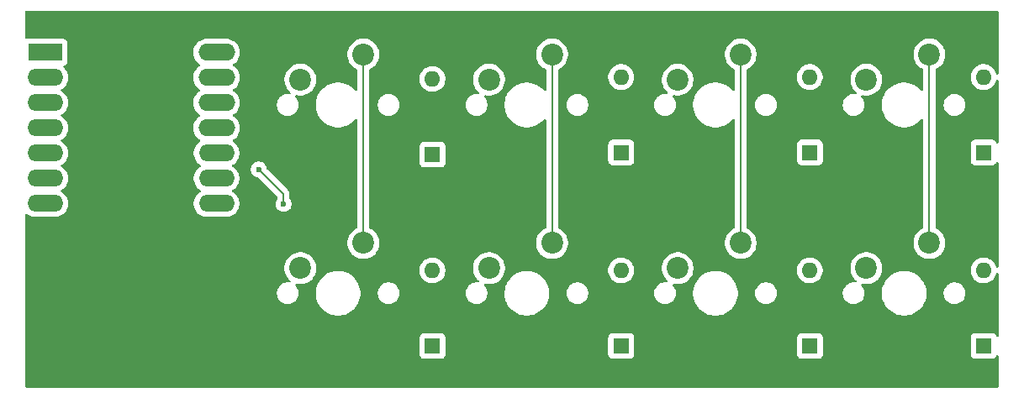
<source format=gbl>
G04 #@! TF.GenerationSoftware,KiCad,Pcbnew,9.0.7*
G04 #@! TF.CreationDate,2026-02-18T19:16:34+11:00*
G04 #@! TF.ProjectId,noahs-macropad,6e6f6168-732d-46d6-9163-726f7061642e,rev?*
G04 #@! TF.SameCoordinates,Original*
G04 #@! TF.FileFunction,Copper,L2,Bot*
G04 #@! TF.FilePolarity,Positive*
%FSLAX46Y46*%
G04 Gerber Fmt 4.6, Leading zero omitted, Abs format (unit mm)*
G04 Created by KiCad (PCBNEW 9.0.7) date 2026-02-18 19:16:34*
%MOMM*%
%LPD*%
G01*
G04 APERTURE LIST*
G04 #@! TA.AperFunction,ComponentPad*
%ADD10R,1.600000X1.600000*%
G04 #@! TD*
G04 #@! TA.AperFunction,ComponentPad*
%ADD11O,1.600000X1.600000*%
G04 #@! TD*
G04 #@! TA.AperFunction,ComponentPad*
%ADD12C,2.200000*%
G04 #@! TD*
G04 #@! TA.AperFunction,ComponentPad*
%ADD13R,3.500000X1.700000*%
G04 #@! TD*
G04 #@! TA.AperFunction,ComponentPad*
%ADD14O,3.600000X1.700000*%
G04 #@! TD*
G04 #@! TA.AperFunction,ComponentPad*
%ADD15O,3.700000X1.700000*%
G04 #@! TD*
G04 #@! TA.AperFunction,ViaPad*
%ADD16C,0.600000*%
G04 #@! TD*
G04 #@! TA.AperFunction,Conductor*
%ADD17C,0.200000*%
G04 #@! TD*
G04 APERTURE END LIST*
D10*
X69000000Y-114500000D03*
D11*
X69000000Y-106880000D03*
D12*
X62040000Y-104420000D03*
X55690000Y-106960000D03*
D10*
X88000000Y-133810000D03*
D11*
X88000000Y-126190000D03*
D10*
X107000000Y-133810000D03*
D11*
X107000000Y-126190000D03*
D13*
X30000000Y-104201000D03*
D14*
X30000000Y-106741000D03*
X30000000Y-109281000D03*
X30000000Y-111821000D03*
X30000000Y-114361000D03*
X30000000Y-116901000D03*
X30000000Y-119441000D03*
X47250000Y-119441000D03*
X47250000Y-116901000D03*
X47250000Y-114361000D03*
D15*
X47250000Y-111821000D03*
X47250000Y-109281000D03*
X47250000Y-106741000D03*
X47250000Y-104201000D03*
D10*
X69000000Y-133810000D03*
D11*
X69000000Y-126190000D03*
D10*
X88000000Y-114310000D03*
D11*
X88000000Y-106690000D03*
D12*
X81040000Y-123420000D03*
X74690000Y-125960000D03*
X119040000Y-123420000D03*
X112690000Y-125960000D03*
X100040000Y-123420000D03*
X93690000Y-125960000D03*
D10*
X124500000Y-114310000D03*
D11*
X124500000Y-106690000D03*
D10*
X124500000Y-133810000D03*
D11*
X124500000Y-126190000D03*
D12*
X100040000Y-104420000D03*
X93690000Y-106960000D03*
X81040000Y-104420000D03*
X74690000Y-106960000D03*
X119040000Y-104420000D03*
X112690000Y-106960000D03*
X62040000Y-123420000D03*
X55690000Y-125960000D03*
D10*
X107000000Y-114310000D03*
D11*
X107000000Y-106690000D03*
D16*
X51500000Y-116000000D03*
X54000000Y-119500000D03*
D17*
X62040000Y-104420000D02*
X62040000Y-123420000D01*
X51500000Y-116000000D02*
X54000000Y-118500000D01*
X54000000Y-118500000D02*
X54000000Y-119500000D01*
X81040000Y-104420000D02*
X81040000Y-123420000D01*
X100040000Y-104420000D02*
X100040000Y-123420000D01*
X119040000Y-104420000D02*
X119040000Y-123420000D01*
G04 #@! TA.AperFunction,NonConductor*
G36*
X125942539Y-100020185D02*
G01*
X125988294Y-100072989D01*
X125999500Y-100124500D01*
X125999500Y-106313575D01*
X125979815Y-106380614D01*
X125927011Y-106426369D01*
X125857853Y-106436313D01*
X125794297Y-106407288D01*
X125757569Y-106351894D01*
X125739044Y-106294881D01*
X125705220Y-106190781D01*
X125705218Y-106190778D01*
X125705218Y-106190776D01*
X125669742Y-106121151D01*
X125612287Y-106008390D01*
X125596238Y-105986300D01*
X125491971Y-105842786D01*
X125347213Y-105698028D01*
X125181613Y-105577715D01*
X125181612Y-105577714D01*
X125181610Y-105577713D01*
X125088414Y-105530227D01*
X124999223Y-105484781D01*
X124804534Y-105421522D01*
X124629995Y-105393878D01*
X124602352Y-105389500D01*
X124397648Y-105389500D01*
X124373329Y-105393351D01*
X124195465Y-105421522D01*
X124000776Y-105484781D01*
X123818386Y-105577715D01*
X123652786Y-105698028D01*
X123508028Y-105842786D01*
X123387715Y-106008386D01*
X123294781Y-106190776D01*
X123231522Y-106385465D01*
X123199500Y-106587648D01*
X123199500Y-106792351D01*
X123231522Y-106994534D01*
X123294781Y-107189223D01*
X123358691Y-107314653D01*
X123384019Y-107364361D01*
X123387715Y-107371613D01*
X123508028Y-107537213D01*
X123652786Y-107681971D01*
X123807749Y-107794556D01*
X123818390Y-107802287D01*
X123934607Y-107861503D01*
X124000776Y-107895218D01*
X124000778Y-107895218D01*
X124000781Y-107895220D01*
X124105137Y-107929127D01*
X124195465Y-107958477D01*
X124296557Y-107974488D01*
X124397648Y-107990500D01*
X124397649Y-107990500D01*
X124602351Y-107990500D01*
X124602352Y-107990500D01*
X124804534Y-107958477D01*
X124999219Y-107895220D01*
X125181610Y-107802287D01*
X125284941Y-107727213D01*
X125347213Y-107681971D01*
X125347215Y-107681968D01*
X125347219Y-107681966D01*
X125491966Y-107537219D01*
X125491968Y-107537215D01*
X125491971Y-107537213D01*
X125556194Y-107448816D01*
X125612287Y-107371610D01*
X125705220Y-107189219D01*
X125757569Y-107028106D01*
X125797007Y-106970430D01*
X125861365Y-106943232D01*
X125930212Y-106955147D01*
X125981687Y-107002391D01*
X125999500Y-107066424D01*
X125999500Y-113265951D01*
X125979815Y-113332990D01*
X125927011Y-113378745D01*
X125857853Y-113388689D01*
X125794297Y-113359664D01*
X125759318Y-113309284D01*
X125743797Y-113267671D01*
X125743793Y-113267664D01*
X125657547Y-113152455D01*
X125657544Y-113152452D01*
X125542335Y-113066206D01*
X125542328Y-113066202D01*
X125407482Y-113015908D01*
X125407483Y-113015908D01*
X125347883Y-113009501D01*
X125347881Y-113009500D01*
X125347873Y-113009500D01*
X125347864Y-113009500D01*
X123652129Y-113009500D01*
X123652123Y-113009501D01*
X123592516Y-113015908D01*
X123457671Y-113066202D01*
X123457664Y-113066206D01*
X123342455Y-113152452D01*
X123342452Y-113152455D01*
X123256206Y-113267664D01*
X123256202Y-113267671D01*
X123205908Y-113402517D01*
X123199980Y-113457664D01*
X123199501Y-113462123D01*
X123199500Y-113462135D01*
X123199500Y-115157870D01*
X123199501Y-115157876D01*
X123205908Y-115217483D01*
X123256202Y-115352328D01*
X123256206Y-115352335D01*
X123342452Y-115467544D01*
X123342455Y-115467547D01*
X123457664Y-115553793D01*
X123457671Y-115553797D01*
X123592517Y-115604091D01*
X123592516Y-115604091D01*
X123599444Y-115604835D01*
X123652127Y-115610500D01*
X125347872Y-115610499D01*
X125407483Y-115604091D01*
X125542331Y-115553796D01*
X125657546Y-115467546D01*
X125743796Y-115352331D01*
X125759318Y-115310715D01*
X125801189Y-115254781D01*
X125866653Y-115230364D01*
X125934926Y-115245215D01*
X125984332Y-115294620D01*
X125999500Y-115354048D01*
X125999500Y-125813575D01*
X125979815Y-125880614D01*
X125927011Y-125926369D01*
X125857853Y-125936313D01*
X125794297Y-125907288D01*
X125757569Y-125851894D01*
X125705218Y-125690776D01*
X125651431Y-125585214D01*
X125612287Y-125508390D01*
X125604556Y-125497749D01*
X125491971Y-125342786D01*
X125347213Y-125198028D01*
X125181613Y-125077715D01*
X125181612Y-125077714D01*
X125181610Y-125077713D01*
X125124653Y-125048691D01*
X124999223Y-124984781D01*
X124804534Y-124921522D01*
X124629995Y-124893878D01*
X124602352Y-124889500D01*
X124397648Y-124889500D01*
X124373329Y-124893351D01*
X124195465Y-124921522D01*
X124000776Y-124984781D01*
X123818386Y-125077715D01*
X123652786Y-125198028D01*
X123508028Y-125342786D01*
X123387715Y-125508386D01*
X123294781Y-125690776D01*
X123231522Y-125885465D01*
X123199500Y-126087648D01*
X123199500Y-126292351D01*
X123231522Y-126494534D01*
X123294781Y-126689223D01*
X123387715Y-126871613D01*
X123508028Y-127037213D01*
X123652786Y-127181971D01*
X123807749Y-127294556D01*
X123818390Y-127302287D01*
X123934607Y-127361503D01*
X124000776Y-127395218D01*
X124000778Y-127395218D01*
X124000781Y-127395220D01*
X124097353Y-127426598D01*
X124195465Y-127458477D01*
X124296557Y-127474488D01*
X124397648Y-127490500D01*
X124397649Y-127490500D01*
X124602351Y-127490500D01*
X124602352Y-127490500D01*
X124804534Y-127458477D01*
X124999219Y-127395220D01*
X125181610Y-127302287D01*
X125274590Y-127234732D01*
X125347213Y-127181971D01*
X125347215Y-127181968D01*
X125347219Y-127181966D01*
X125491966Y-127037219D01*
X125491968Y-127037215D01*
X125491971Y-127037213D01*
X125544732Y-126964590D01*
X125612287Y-126871610D01*
X125705220Y-126689219D01*
X125757569Y-126528106D01*
X125797007Y-126470430D01*
X125861365Y-126443232D01*
X125930212Y-126455147D01*
X125981687Y-126502391D01*
X125999500Y-126566424D01*
X125999500Y-132765951D01*
X125979815Y-132832990D01*
X125927011Y-132878745D01*
X125857853Y-132888689D01*
X125794297Y-132859664D01*
X125759318Y-132809284D01*
X125743797Y-132767671D01*
X125743793Y-132767664D01*
X125657547Y-132652455D01*
X125657544Y-132652452D01*
X125542335Y-132566206D01*
X125542328Y-132566202D01*
X125407482Y-132515908D01*
X125407483Y-132515908D01*
X125347883Y-132509501D01*
X125347881Y-132509500D01*
X125347873Y-132509500D01*
X125347864Y-132509500D01*
X123652129Y-132509500D01*
X123652123Y-132509501D01*
X123592516Y-132515908D01*
X123457671Y-132566202D01*
X123457664Y-132566206D01*
X123342455Y-132652452D01*
X123342452Y-132652455D01*
X123256206Y-132767664D01*
X123256202Y-132767671D01*
X123205908Y-132902517D01*
X123199501Y-132962116D01*
X123199501Y-132962123D01*
X123199500Y-132962135D01*
X123199500Y-134657870D01*
X123199501Y-134657876D01*
X123205908Y-134717483D01*
X123256202Y-134852328D01*
X123256206Y-134852335D01*
X123342452Y-134967544D01*
X123342455Y-134967547D01*
X123457664Y-135053793D01*
X123457671Y-135053797D01*
X123592517Y-135104091D01*
X123592516Y-135104091D01*
X123599444Y-135104835D01*
X123652127Y-135110500D01*
X125347872Y-135110499D01*
X125407483Y-135104091D01*
X125542331Y-135053796D01*
X125657546Y-134967546D01*
X125743796Y-134852331D01*
X125759318Y-134810715D01*
X125801189Y-134754781D01*
X125866653Y-134730364D01*
X125934926Y-134745215D01*
X125984332Y-134794620D01*
X125999500Y-134854048D01*
X125999500Y-137875500D01*
X125979815Y-137942539D01*
X125927011Y-137988294D01*
X125875500Y-137999500D01*
X28124500Y-137999500D01*
X28057461Y-137979815D01*
X28011706Y-137927011D01*
X28000500Y-137875500D01*
X28000500Y-132962135D01*
X67699500Y-132962135D01*
X67699500Y-134657870D01*
X67699501Y-134657876D01*
X67705908Y-134717483D01*
X67756202Y-134852328D01*
X67756206Y-134852335D01*
X67842452Y-134967544D01*
X67842455Y-134967547D01*
X67957664Y-135053793D01*
X67957671Y-135053797D01*
X68092517Y-135104091D01*
X68092516Y-135104091D01*
X68099444Y-135104835D01*
X68152127Y-135110500D01*
X69847872Y-135110499D01*
X69907483Y-135104091D01*
X70042331Y-135053796D01*
X70157546Y-134967546D01*
X70243796Y-134852331D01*
X70294091Y-134717483D01*
X70300500Y-134657873D01*
X70300499Y-132962135D01*
X86699500Y-132962135D01*
X86699500Y-134657870D01*
X86699501Y-134657876D01*
X86705908Y-134717483D01*
X86756202Y-134852328D01*
X86756206Y-134852335D01*
X86842452Y-134967544D01*
X86842455Y-134967547D01*
X86957664Y-135053793D01*
X86957671Y-135053797D01*
X87092517Y-135104091D01*
X87092516Y-135104091D01*
X87099444Y-135104835D01*
X87152127Y-135110500D01*
X88847872Y-135110499D01*
X88907483Y-135104091D01*
X89042331Y-135053796D01*
X89157546Y-134967546D01*
X89243796Y-134852331D01*
X89294091Y-134717483D01*
X89300500Y-134657873D01*
X89300499Y-132962135D01*
X105699500Y-132962135D01*
X105699500Y-134657870D01*
X105699501Y-134657876D01*
X105705908Y-134717483D01*
X105756202Y-134852328D01*
X105756206Y-134852335D01*
X105842452Y-134967544D01*
X105842455Y-134967547D01*
X105957664Y-135053793D01*
X105957671Y-135053797D01*
X106092517Y-135104091D01*
X106092516Y-135104091D01*
X106099444Y-135104835D01*
X106152127Y-135110500D01*
X107847872Y-135110499D01*
X107907483Y-135104091D01*
X108042331Y-135053796D01*
X108157546Y-134967546D01*
X108243796Y-134852331D01*
X108294091Y-134717483D01*
X108300500Y-134657873D01*
X108300499Y-132962128D01*
X108294091Y-132902517D01*
X108288933Y-132888689D01*
X108243797Y-132767671D01*
X108243793Y-132767664D01*
X108157547Y-132652455D01*
X108157544Y-132652452D01*
X108042335Y-132566206D01*
X108042328Y-132566202D01*
X107907482Y-132515908D01*
X107907483Y-132515908D01*
X107847883Y-132509501D01*
X107847881Y-132509500D01*
X107847873Y-132509500D01*
X107847864Y-132509500D01*
X106152129Y-132509500D01*
X106152123Y-132509501D01*
X106092516Y-132515908D01*
X105957671Y-132566202D01*
X105957664Y-132566206D01*
X105842455Y-132652452D01*
X105842452Y-132652455D01*
X105756206Y-132767664D01*
X105756202Y-132767671D01*
X105705908Y-132902517D01*
X105699501Y-132962116D01*
X105699501Y-132962123D01*
X105699500Y-132962135D01*
X89300499Y-132962135D01*
X89300499Y-132962128D01*
X89294091Y-132902517D01*
X89288933Y-132888689D01*
X89243797Y-132767671D01*
X89243793Y-132767664D01*
X89157547Y-132652455D01*
X89157544Y-132652452D01*
X89042335Y-132566206D01*
X89042328Y-132566202D01*
X88907482Y-132515908D01*
X88907483Y-132515908D01*
X88847883Y-132509501D01*
X88847881Y-132509500D01*
X88847873Y-132509500D01*
X88847864Y-132509500D01*
X87152129Y-132509500D01*
X87152123Y-132509501D01*
X87092516Y-132515908D01*
X86957671Y-132566202D01*
X86957664Y-132566206D01*
X86842455Y-132652452D01*
X86842452Y-132652455D01*
X86756206Y-132767664D01*
X86756202Y-132767671D01*
X86705908Y-132902517D01*
X86699501Y-132962116D01*
X86699501Y-132962123D01*
X86699500Y-132962135D01*
X70300499Y-132962135D01*
X70300499Y-132962128D01*
X70294091Y-132902517D01*
X70288933Y-132888689D01*
X70243797Y-132767671D01*
X70243793Y-132767664D01*
X70157547Y-132652455D01*
X70157544Y-132652452D01*
X70042335Y-132566206D01*
X70042328Y-132566202D01*
X69907482Y-132515908D01*
X69907483Y-132515908D01*
X69847883Y-132509501D01*
X69847881Y-132509500D01*
X69847873Y-132509500D01*
X69847864Y-132509500D01*
X68152129Y-132509500D01*
X68152123Y-132509501D01*
X68092516Y-132515908D01*
X67957671Y-132566202D01*
X67957664Y-132566206D01*
X67842455Y-132652452D01*
X67842452Y-132652455D01*
X67756206Y-132767664D01*
X67756202Y-132767671D01*
X67705908Y-132902517D01*
X67699501Y-132962116D01*
X67699501Y-132962123D01*
X67699500Y-132962135D01*
X28000500Y-132962135D01*
X28000500Y-128413389D01*
X53319500Y-128413389D01*
X53319500Y-128586611D01*
X53346598Y-128757701D01*
X53400127Y-128922445D01*
X53478768Y-129076788D01*
X53580586Y-129216928D01*
X53703072Y-129339414D01*
X53843212Y-129441232D01*
X53997555Y-129519873D01*
X54162299Y-129573402D01*
X54333389Y-129600500D01*
X54333390Y-129600500D01*
X54506610Y-129600500D01*
X54506611Y-129600500D01*
X54677701Y-129573402D01*
X54842445Y-129519873D01*
X54996788Y-129441232D01*
X55136928Y-129339414D01*
X55259414Y-129216928D01*
X55361232Y-129076788D01*
X55439873Y-128922445D01*
X55493402Y-128757701D01*
X55520500Y-128586611D01*
X55520500Y-128413389D01*
X55510854Y-128352486D01*
X57249500Y-128352486D01*
X57249500Y-128647513D01*
X57281571Y-128891113D01*
X57288007Y-128939993D01*
X57362212Y-129216930D01*
X57364361Y-129224951D01*
X57364364Y-129224961D01*
X57477254Y-129497500D01*
X57477258Y-129497510D01*
X57624761Y-129752993D01*
X57804352Y-129987040D01*
X57804358Y-129987047D01*
X58012952Y-130195641D01*
X58012959Y-130195647D01*
X58247006Y-130375238D01*
X58502489Y-130522741D01*
X58502490Y-130522741D01*
X58502493Y-130522743D01*
X58775048Y-130635639D01*
X59060007Y-130711993D01*
X59352494Y-130750500D01*
X59352501Y-130750500D01*
X59647499Y-130750500D01*
X59647506Y-130750500D01*
X59939993Y-130711993D01*
X60224952Y-130635639D01*
X60497507Y-130522743D01*
X60752994Y-130375238D01*
X60987042Y-130195646D01*
X61195646Y-129987042D01*
X61375238Y-129752994D01*
X61522743Y-129497507D01*
X61635639Y-129224952D01*
X61711993Y-128939993D01*
X61750500Y-128647506D01*
X61750500Y-128413389D01*
X63479500Y-128413389D01*
X63479500Y-128586611D01*
X63506598Y-128757701D01*
X63560127Y-128922445D01*
X63638768Y-129076788D01*
X63740586Y-129216928D01*
X63863072Y-129339414D01*
X64003212Y-129441232D01*
X64157555Y-129519873D01*
X64322299Y-129573402D01*
X64493389Y-129600500D01*
X64493390Y-129600500D01*
X64666610Y-129600500D01*
X64666611Y-129600500D01*
X64837701Y-129573402D01*
X65002445Y-129519873D01*
X65156788Y-129441232D01*
X65296928Y-129339414D01*
X65419414Y-129216928D01*
X65521232Y-129076788D01*
X65599873Y-128922445D01*
X65653402Y-128757701D01*
X65680500Y-128586611D01*
X65680500Y-128413389D01*
X72319500Y-128413389D01*
X72319500Y-128586611D01*
X72346598Y-128757701D01*
X72400127Y-128922445D01*
X72478768Y-129076788D01*
X72580586Y-129216928D01*
X72703072Y-129339414D01*
X72843212Y-129441232D01*
X72997555Y-129519873D01*
X73162299Y-129573402D01*
X73333389Y-129600500D01*
X73333390Y-129600500D01*
X73506610Y-129600500D01*
X73506611Y-129600500D01*
X73677701Y-129573402D01*
X73842445Y-129519873D01*
X73996788Y-129441232D01*
X74136928Y-129339414D01*
X74259414Y-129216928D01*
X74361232Y-129076788D01*
X74439873Y-128922445D01*
X74493402Y-128757701D01*
X74520500Y-128586611D01*
X74520500Y-128413389D01*
X74510854Y-128352486D01*
X76249500Y-128352486D01*
X76249500Y-128647513D01*
X76281571Y-128891113D01*
X76288007Y-128939993D01*
X76362212Y-129216930D01*
X76364361Y-129224951D01*
X76364364Y-129224961D01*
X76477254Y-129497500D01*
X76477258Y-129497510D01*
X76624761Y-129752993D01*
X76804352Y-129987040D01*
X76804358Y-129987047D01*
X77012952Y-130195641D01*
X77012959Y-130195647D01*
X77247006Y-130375238D01*
X77502489Y-130522741D01*
X77502490Y-130522741D01*
X77502493Y-130522743D01*
X77775048Y-130635639D01*
X78060007Y-130711993D01*
X78352494Y-130750500D01*
X78352501Y-130750500D01*
X78647499Y-130750500D01*
X78647506Y-130750500D01*
X78939993Y-130711993D01*
X79224952Y-130635639D01*
X79497507Y-130522743D01*
X79752994Y-130375238D01*
X79987042Y-130195646D01*
X80195646Y-129987042D01*
X80375238Y-129752994D01*
X80522743Y-129497507D01*
X80635639Y-129224952D01*
X80711993Y-128939993D01*
X80750500Y-128647506D01*
X80750500Y-128413389D01*
X82479500Y-128413389D01*
X82479500Y-128586611D01*
X82506598Y-128757701D01*
X82560127Y-128922445D01*
X82638768Y-129076788D01*
X82740586Y-129216928D01*
X82863072Y-129339414D01*
X83003212Y-129441232D01*
X83157555Y-129519873D01*
X83322299Y-129573402D01*
X83493389Y-129600500D01*
X83493390Y-129600500D01*
X83666610Y-129600500D01*
X83666611Y-129600500D01*
X83837701Y-129573402D01*
X84002445Y-129519873D01*
X84156788Y-129441232D01*
X84296928Y-129339414D01*
X84419414Y-129216928D01*
X84521232Y-129076788D01*
X84599873Y-128922445D01*
X84653402Y-128757701D01*
X84680500Y-128586611D01*
X84680500Y-128413389D01*
X91319500Y-128413389D01*
X91319500Y-128586611D01*
X91346598Y-128757701D01*
X91400127Y-128922445D01*
X91478768Y-129076788D01*
X91580586Y-129216928D01*
X91703072Y-129339414D01*
X91843212Y-129441232D01*
X91997555Y-129519873D01*
X92162299Y-129573402D01*
X92333389Y-129600500D01*
X92333390Y-129600500D01*
X92506610Y-129600500D01*
X92506611Y-129600500D01*
X92677701Y-129573402D01*
X92842445Y-129519873D01*
X92996788Y-129441232D01*
X93136928Y-129339414D01*
X93259414Y-129216928D01*
X93361232Y-129076788D01*
X93439873Y-128922445D01*
X93493402Y-128757701D01*
X93520500Y-128586611D01*
X93520500Y-128413389D01*
X93510854Y-128352486D01*
X95249500Y-128352486D01*
X95249500Y-128647513D01*
X95281571Y-128891113D01*
X95288007Y-128939993D01*
X95362212Y-129216930D01*
X95364361Y-129224951D01*
X95364364Y-129224961D01*
X95477254Y-129497500D01*
X95477258Y-129497510D01*
X95624761Y-129752993D01*
X95804352Y-129987040D01*
X95804358Y-129987047D01*
X96012952Y-130195641D01*
X96012959Y-130195647D01*
X96247006Y-130375238D01*
X96502489Y-130522741D01*
X96502490Y-130522741D01*
X96502493Y-130522743D01*
X96775048Y-130635639D01*
X97060007Y-130711993D01*
X97352494Y-130750500D01*
X97352501Y-130750500D01*
X97647499Y-130750500D01*
X97647506Y-130750500D01*
X97939993Y-130711993D01*
X98224952Y-130635639D01*
X98497507Y-130522743D01*
X98752994Y-130375238D01*
X98987042Y-130195646D01*
X99195646Y-129987042D01*
X99375238Y-129752994D01*
X99522743Y-129497507D01*
X99635639Y-129224952D01*
X99711993Y-128939993D01*
X99750500Y-128647506D01*
X99750500Y-128413389D01*
X101479500Y-128413389D01*
X101479500Y-128586611D01*
X101506598Y-128757701D01*
X101560127Y-128922445D01*
X101638768Y-129076788D01*
X101740586Y-129216928D01*
X101863072Y-129339414D01*
X102003212Y-129441232D01*
X102157555Y-129519873D01*
X102322299Y-129573402D01*
X102493389Y-129600500D01*
X102493390Y-129600500D01*
X102666610Y-129600500D01*
X102666611Y-129600500D01*
X102837701Y-129573402D01*
X103002445Y-129519873D01*
X103156788Y-129441232D01*
X103296928Y-129339414D01*
X103419414Y-129216928D01*
X103521232Y-129076788D01*
X103599873Y-128922445D01*
X103653402Y-128757701D01*
X103680500Y-128586611D01*
X103680500Y-128413389D01*
X110319500Y-128413389D01*
X110319500Y-128586611D01*
X110346598Y-128757701D01*
X110400127Y-128922445D01*
X110478768Y-129076788D01*
X110580586Y-129216928D01*
X110703072Y-129339414D01*
X110843212Y-129441232D01*
X110997555Y-129519873D01*
X111162299Y-129573402D01*
X111333389Y-129600500D01*
X111333390Y-129600500D01*
X111506610Y-129600500D01*
X111506611Y-129600500D01*
X111677701Y-129573402D01*
X111842445Y-129519873D01*
X111996788Y-129441232D01*
X112136928Y-129339414D01*
X112259414Y-129216928D01*
X112361232Y-129076788D01*
X112439873Y-128922445D01*
X112493402Y-128757701D01*
X112520500Y-128586611D01*
X112520500Y-128413389D01*
X112510854Y-128352486D01*
X114249500Y-128352486D01*
X114249500Y-128647513D01*
X114281571Y-128891113D01*
X114288007Y-128939993D01*
X114362212Y-129216930D01*
X114364361Y-129224951D01*
X114364364Y-129224961D01*
X114477254Y-129497500D01*
X114477258Y-129497510D01*
X114624761Y-129752993D01*
X114804352Y-129987040D01*
X114804358Y-129987047D01*
X115012952Y-130195641D01*
X115012959Y-130195647D01*
X115247006Y-130375238D01*
X115502489Y-130522741D01*
X115502490Y-130522741D01*
X115502493Y-130522743D01*
X115775048Y-130635639D01*
X116060007Y-130711993D01*
X116352494Y-130750500D01*
X116352501Y-130750500D01*
X116647499Y-130750500D01*
X116647506Y-130750500D01*
X116939993Y-130711993D01*
X117224952Y-130635639D01*
X117497507Y-130522743D01*
X117752994Y-130375238D01*
X117987042Y-130195646D01*
X118195646Y-129987042D01*
X118375238Y-129752994D01*
X118522743Y-129497507D01*
X118635639Y-129224952D01*
X118711993Y-128939993D01*
X118750500Y-128647506D01*
X118750500Y-128413389D01*
X120479500Y-128413389D01*
X120479500Y-128586611D01*
X120506598Y-128757701D01*
X120560127Y-128922445D01*
X120638768Y-129076788D01*
X120740586Y-129216928D01*
X120863072Y-129339414D01*
X121003212Y-129441232D01*
X121157555Y-129519873D01*
X121322299Y-129573402D01*
X121493389Y-129600500D01*
X121493390Y-129600500D01*
X121666610Y-129600500D01*
X121666611Y-129600500D01*
X121837701Y-129573402D01*
X122002445Y-129519873D01*
X122156788Y-129441232D01*
X122296928Y-129339414D01*
X122419414Y-129216928D01*
X122521232Y-129076788D01*
X122599873Y-128922445D01*
X122653402Y-128757701D01*
X122680500Y-128586611D01*
X122680500Y-128413389D01*
X122653402Y-128242299D01*
X122599873Y-128077555D01*
X122521232Y-127923212D01*
X122419414Y-127783072D01*
X122296928Y-127660586D01*
X122156788Y-127558768D01*
X122002445Y-127480127D01*
X121837701Y-127426598D01*
X121837699Y-127426597D01*
X121837698Y-127426597D01*
X121706271Y-127405781D01*
X121666611Y-127399500D01*
X121493389Y-127399500D01*
X121453728Y-127405781D01*
X121322302Y-127426597D01*
X121157552Y-127480128D01*
X121003211Y-127558768D01*
X120946289Y-127600125D01*
X120863072Y-127660586D01*
X120863070Y-127660588D01*
X120863069Y-127660588D01*
X120740588Y-127783069D01*
X120740588Y-127783070D01*
X120740586Y-127783072D01*
X120696859Y-127843256D01*
X120638768Y-127923211D01*
X120560128Y-128077552D01*
X120506597Y-128242302D01*
X120479500Y-128413389D01*
X118750500Y-128413389D01*
X118750500Y-128352494D01*
X118711993Y-128060007D01*
X118635639Y-127775048D01*
X118522743Y-127502493D01*
X118497330Y-127458477D01*
X118375238Y-127247006D01*
X118195647Y-127012959D01*
X118195641Y-127012952D01*
X117987047Y-126804358D01*
X117987040Y-126804352D01*
X117752993Y-126624761D01*
X117497510Y-126477258D01*
X117497500Y-126477254D01*
X117224961Y-126364364D01*
X117224954Y-126364362D01*
X117224952Y-126364361D01*
X116939993Y-126288007D01*
X116891113Y-126281571D01*
X116647513Y-126249500D01*
X116647506Y-126249500D01*
X116352494Y-126249500D01*
X116352486Y-126249500D01*
X116074085Y-126286153D01*
X116060007Y-126288007D01*
X115885428Y-126334785D01*
X115775048Y-126364361D01*
X115775038Y-126364364D01*
X115502499Y-126477254D01*
X115502489Y-126477258D01*
X115247006Y-126624761D01*
X115012959Y-126804352D01*
X115012952Y-126804358D01*
X114804358Y-127012952D01*
X114804352Y-127012959D01*
X114624761Y-127247006D01*
X114477258Y-127502489D01*
X114477254Y-127502499D01*
X114364364Y-127775038D01*
X114364361Y-127775048D01*
X114288008Y-128060004D01*
X114288006Y-128060015D01*
X114249500Y-128352486D01*
X112510854Y-128352486D01*
X112493402Y-128242299D01*
X112439873Y-128077555D01*
X112361232Y-127923212D01*
X112259414Y-127783072D01*
X112207482Y-127731140D01*
X112173997Y-127669817D01*
X112178981Y-127600125D01*
X112220853Y-127544192D01*
X112286317Y-127519775D01*
X112314561Y-127520986D01*
X112315212Y-127521089D01*
X112315215Y-127521090D01*
X112564038Y-127560500D01*
X112564039Y-127560500D01*
X112815961Y-127560500D01*
X112815962Y-127560500D01*
X113064785Y-127521090D01*
X113304379Y-127443241D01*
X113528845Y-127328870D01*
X113732656Y-127180793D01*
X113910793Y-127002656D01*
X114058870Y-126798845D01*
X114173241Y-126574379D01*
X114251090Y-126334785D01*
X114290500Y-126085962D01*
X114290500Y-125834038D01*
X114251090Y-125585215D01*
X114173241Y-125345621D01*
X114173239Y-125345618D01*
X114173239Y-125345616D01*
X114131747Y-125264184D01*
X114058870Y-125121155D01*
X113957107Y-124981090D01*
X113910798Y-124917350D01*
X113910794Y-124917345D01*
X113732654Y-124739205D01*
X113732649Y-124739201D01*
X113528848Y-124591132D01*
X113528847Y-124591131D01*
X113528845Y-124591130D01*
X113458747Y-124555413D01*
X113304383Y-124476760D01*
X113064785Y-124398910D01*
X112815962Y-124359500D01*
X112564038Y-124359500D01*
X112439626Y-124379205D01*
X112315214Y-124398910D01*
X112075616Y-124476760D01*
X111851151Y-124591132D01*
X111647350Y-124739201D01*
X111647345Y-124739205D01*
X111469205Y-124917345D01*
X111469201Y-124917350D01*
X111321132Y-125121151D01*
X111206760Y-125345616D01*
X111128910Y-125585214D01*
X111089500Y-125834038D01*
X111089500Y-126085961D01*
X111128910Y-126334785D01*
X111206760Y-126574383D01*
X111321132Y-126798848D01*
X111469201Y-127002649D01*
X111469205Y-127002654D01*
X111469207Y-127002656D01*
X111647344Y-127180793D01*
X111647345Y-127180794D01*
X111647344Y-127180794D01*
X111653661Y-127185383D01*
X111696327Y-127240714D01*
X111702305Y-127310327D01*
X111669699Y-127372122D01*
X111608860Y-127406479D01*
X111561378Y-127408174D01*
X111506611Y-127399500D01*
X111333389Y-127399500D01*
X111293728Y-127405781D01*
X111162302Y-127426597D01*
X110997552Y-127480128D01*
X110843211Y-127558768D01*
X110786289Y-127600125D01*
X110703072Y-127660586D01*
X110703070Y-127660588D01*
X110703069Y-127660588D01*
X110580588Y-127783069D01*
X110580588Y-127783070D01*
X110580586Y-127783072D01*
X110536859Y-127843256D01*
X110478768Y-127923211D01*
X110400128Y-128077552D01*
X110346597Y-128242302D01*
X110319500Y-128413389D01*
X103680500Y-128413389D01*
X103653402Y-128242299D01*
X103599873Y-128077555D01*
X103521232Y-127923212D01*
X103419414Y-127783072D01*
X103296928Y-127660586D01*
X103156788Y-127558768D01*
X103002445Y-127480127D01*
X102837701Y-127426598D01*
X102837699Y-127426597D01*
X102837698Y-127426597D01*
X102706271Y-127405781D01*
X102666611Y-127399500D01*
X102493389Y-127399500D01*
X102453728Y-127405781D01*
X102322302Y-127426597D01*
X102157552Y-127480128D01*
X102003211Y-127558768D01*
X101946289Y-127600125D01*
X101863072Y-127660586D01*
X101863070Y-127660588D01*
X101863069Y-127660588D01*
X101740588Y-127783069D01*
X101740588Y-127783070D01*
X101740586Y-127783072D01*
X101696859Y-127843256D01*
X101638768Y-127923211D01*
X101560128Y-128077552D01*
X101506597Y-128242302D01*
X101479500Y-128413389D01*
X99750500Y-128413389D01*
X99750500Y-128352494D01*
X99711993Y-128060007D01*
X99635639Y-127775048D01*
X99522743Y-127502493D01*
X99497330Y-127458477D01*
X99375238Y-127247006D01*
X99195647Y-127012959D01*
X99195641Y-127012952D01*
X98987047Y-126804358D01*
X98987040Y-126804352D01*
X98752993Y-126624761D01*
X98497510Y-126477258D01*
X98497500Y-126477254D01*
X98224961Y-126364364D01*
X98224954Y-126364362D01*
X98224952Y-126364361D01*
X97939993Y-126288007D01*
X97891113Y-126281571D01*
X97647513Y-126249500D01*
X97647506Y-126249500D01*
X97352494Y-126249500D01*
X97352486Y-126249500D01*
X97074085Y-126286153D01*
X97060007Y-126288007D01*
X96885428Y-126334785D01*
X96775048Y-126364361D01*
X96775038Y-126364364D01*
X96502499Y-126477254D01*
X96502489Y-126477258D01*
X96247006Y-126624761D01*
X96012959Y-126804352D01*
X96012952Y-126804358D01*
X95804358Y-127012952D01*
X95804352Y-127012959D01*
X95624761Y-127247006D01*
X95477258Y-127502489D01*
X95477254Y-127502499D01*
X95364364Y-127775038D01*
X95364361Y-127775048D01*
X95288008Y-128060004D01*
X95288006Y-128060015D01*
X95249500Y-128352486D01*
X93510854Y-128352486D01*
X93493402Y-128242299D01*
X93439873Y-128077555D01*
X93361232Y-127923212D01*
X93259414Y-127783072D01*
X93207482Y-127731140D01*
X93173997Y-127669817D01*
X93178981Y-127600125D01*
X93220853Y-127544192D01*
X93286317Y-127519775D01*
X93314561Y-127520986D01*
X93315212Y-127521089D01*
X93315215Y-127521090D01*
X93564038Y-127560500D01*
X93564039Y-127560500D01*
X93815961Y-127560500D01*
X93815962Y-127560500D01*
X94064785Y-127521090D01*
X94304379Y-127443241D01*
X94528845Y-127328870D01*
X94732656Y-127180793D01*
X94910793Y-127002656D01*
X95058870Y-126798845D01*
X95173241Y-126574379D01*
X95251090Y-126334785D01*
X95290233Y-126087648D01*
X105699500Y-126087648D01*
X105699500Y-126292351D01*
X105731522Y-126494534D01*
X105794781Y-126689223D01*
X105887715Y-126871613D01*
X106008028Y-127037213D01*
X106152786Y-127181971D01*
X106307749Y-127294556D01*
X106318390Y-127302287D01*
X106434607Y-127361503D01*
X106500776Y-127395218D01*
X106500778Y-127395218D01*
X106500781Y-127395220D01*
X106597353Y-127426598D01*
X106695465Y-127458477D01*
X106796557Y-127474488D01*
X106897648Y-127490500D01*
X106897649Y-127490500D01*
X107102351Y-127490500D01*
X107102352Y-127490500D01*
X107304534Y-127458477D01*
X107499219Y-127395220D01*
X107681610Y-127302287D01*
X107774590Y-127234732D01*
X107847213Y-127181971D01*
X107847215Y-127181968D01*
X107847219Y-127181966D01*
X107991966Y-127037219D01*
X107991968Y-127037215D01*
X107991971Y-127037213D01*
X108044732Y-126964590D01*
X108112287Y-126871610D01*
X108205220Y-126689219D01*
X108268477Y-126494534D01*
X108300500Y-126292352D01*
X108300500Y-126087648D01*
X108268477Y-125885466D01*
X108266900Y-125880614D01*
X108205218Y-125690776D01*
X108151431Y-125585214D01*
X108112287Y-125508390D01*
X108104556Y-125497749D01*
X107991971Y-125342786D01*
X107847213Y-125198028D01*
X107681613Y-125077715D01*
X107681612Y-125077714D01*
X107681610Y-125077713D01*
X107624653Y-125048691D01*
X107499223Y-124984781D01*
X107304534Y-124921522D01*
X107129995Y-124893878D01*
X107102352Y-124889500D01*
X106897648Y-124889500D01*
X106873329Y-124893351D01*
X106695465Y-124921522D01*
X106500776Y-124984781D01*
X106318386Y-125077715D01*
X106152786Y-125198028D01*
X106008028Y-125342786D01*
X105887715Y-125508386D01*
X105794781Y-125690776D01*
X105731522Y-125885465D01*
X105699500Y-126087648D01*
X95290233Y-126087648D01*
X95290500Y-126085962D01*
X95290500Y-125834038D01*
X95251090Y-125585215D01*
X95173241Y-125345621D01*
X95173239Y-125345618D01*
X95173239Y-125345616D01*
X95131747Y-125264184D01*
X95058870Y-125121155D01*
X94957107Y-124981090D01*
X94910798Y-124917350D01*
X94910794Y-124917345D01*
X94732654Y-124739205D01*
X94732649Y-124739201D01*
X94528848Y-124591132D01*
X94528847Y-124591131D01*
X94528845Y-124591130D01*
X94458747Y-124555413D01*
X94304383Y-124476760D01*
X94064785Y-124398910D01*
X93815962Y-124359500D01*
X93564038Y-124359500D01*
X93439626Y-124379205D01*
X93315214Y-124398910D01*
X93075616Y-124476760D01*
X92851151Y-124591132D01*
X92647350Y-124739201D01*
X92647345Y-124739205D01*
X92469205Y-124917345D01*
X92469201Y-124917350D01*
X92321132Y-125121151D01*
X92206760Y-125345616D01*
X92128910Y-125585214D01*
X92089500Y-125834038D01*
X92089500Y-126085961D01*
X92128910Y-126334785D01*
X92206760Y-126574383D01*
X92321132Y-126798848D01*
X92469201Y-127002649D01*
X92469205Y-127002654D01*
X92469207Y-127002656D01*
X92647344Y-127180793D01*
X92647345Y-127180794D01*
X92647344Y-127180794D01*
X92653661Y-127185383D01*
X92696327Y-127240714D01*
X92702305Y-127310327D01*
X92669699Y-127372122D01*
X92608860Y-127406479D01*
X92561378Y-127408174D01*
X92506611Y-127399500D01*
X92333389Y-127399500D01*
X92293728Y-127405781D01*
X92162302Y-127426597D01*
X91997552Y-127480128D01*
X91843211Y-127558768D01*
X91786289Y-127600125D01*
X91703072Y-127660586D01*
X91703070Y-127660588D01*
X91703069Y-127660588D01*
X91580588Y-127783069D01*
X91580588Y-127783070D01*
X91580586Y-127783072D01*
X91536859Y-127843256D01*
X91478768Y-127923211D01*
X91400128Y-128077552D01*
X91346597Y-128242302D01*
X91319500Y-128413389D01*
X84680500Y-128413389D01*
X84653402Y-128242299D01*
X84599873Y-128077555D01*
X84521232Y-127923212D01*
X84419414Y-127783072D01*
X84296928Y-127660586D01*
X84156788Y-127558768D01*
X84002445Y-127480127D01*
X83837701Y-127426598D01*
X83837699Y-127426597D01*
X83837698Y-127426597D01*
X83706271Y-127405781D01*
X83666611Y-127399500D01*
X83493389Y-127399500D01*
X83453728Y-127405781D01*
X83322302Y-127426597D01*
X83157552Y-127480128D01*
X83003211Y-127558768D01*
X82946289Y-127600125D01*
X82863072Y-127660586D01*
X82863070Y-127660588D01*
X82863069Y-127660588D01*
X82740588Y-127783069D01*
X82740588Y-127783070D01*
X82740586Y-127783072D01*
X82696859Y-127843256D01*
X82638768Y-127923211D01*
X82560128Y-128077552D01*
X82506597Y-128242302D01*
X82479500Y-128413389D01*
X80750500Y-128413389D01*
X80750500Y-128352494D01*
X80711993Y-128060007D01*
X80635639Y-127775048D01*
X80522743Y-127502493D01*
X80497330Y-127458477D01*
X80375238Y-127247006D01*
X80195647Y-127012959D01*
X80195641Y-127012952D01*
X79987047Y-126804358D01*
X79987040Y-126804352D01*
X79752993Y-126624761D01*
X79497510Y-126477258D01*
X79497500Y-126477254D01*
X79224961Y-126364364D01*
X79224954Y-126364362D01*
X79224952Y-126364361D01*
X78939993Y-126288007D01*
X78891113Y-126281571D01*
X78647513Y-126249500D01*
X78647506Y-126249500D01*
X78352494Y-126249500D01*
X78352486Y-126249500D01*
X78074085Y-126286153D01*
X78060007Y-126288007D01*
X77885428Y-126334785D01*
X77775048Y-126364361D01*
X77775038Y-126364364D01*
X77502499Y-126477254D01*
X77502489Y-126477258D01*
X77247006Y-126624761D01*
X77012959Y-126804352D01*
X77012952Y-126804358D01*
X76804358Y-127012952D01*
X76804352Y-127012959D01*
X76624761Y-127247006D01*
X76477258Y-127502489D01*
X76477254Y-127502499D01*
X76364364Y-127775038D01*
X76364361Y-127775048D01*
X76288008Y-128060004D01*
X76288006Y-128060015D01*
X76249500Y-128352486D01*
X74510854Y-128352486D01*
X74493402Y-128242299D01*
X74439873Y-128077555D01*
X74361232Y-127923212D01*
X74259414Y-127783072D01*
X74207482Y-127731140D01*
X74173997Y-127669817D01*
X74178981Y-127600125D01*
X74220853Y-127544192D01*
X74286317Y-127519775D01*
X74314561Y-127520986D01*
X74315212Y-127521089D01*
X74315215Y-127521090D01*
X74564038Y-127560500D01*
X74564039Y-127560500D01*
X74815961Y-127560500D01*
X74815962Y-127560500D01*
X75064785Y-127521090D01*
X75304379Y-127443241D01*
X75528845Y-127328870D01*
X75732656Y-127180793D01*
X75910793Y-127002656D01*
X76058870Y-126798845D01*
X76173241Y-126574379D01*
X76251090Y-126334785D01*
X76290233Y-126087648D01*
X86699500Y-126087648D01*
X86699500Y-126292351D01*
X86731522Y-126494534D01*
X86794781Y-126689223D01*
X86887715Y-126871613D01*
X87008028Y-127037213D01*
X87152786Y-127181971D01*
X87307749Y-127294556D01*
X87318390Y-127302287D01*
X87434607Y-127361503D01*
X87500776Y-127395218D01*
X87500778Y-127395218D01*
X87500781Y-127395220D01*
X87597353Y-127426598D01*
X87695465Y-127458477D01*
X87796557Y-127474488D01*
X87897648Y-127490500D01*
X87897649Y-127490500D01*
X88102351Y-127490500D01*
X88102352Y-127490500D01*
X88304534Y-127458477D01*
X88499219Y-127395220D01*
X88681610Y-127302287D01*
X88774590Y-127234732D01*
X88847213Y-127181971D01*
X88847215Y-127181968D01*
X88847219Y-127181966D01*
X88991966Y-127037219D01*
X88991968Y-127037215D01*
X88991971Y-127037213D01*
X89044732Y-126964590D01*
X89112287Y-126871610D01*
X89205220Y-126689219D01*
X89268477Y-126494534D01*
X89300500Y-126292352D01*
X89300500Y-126087648D01*
X89268477Y-125885466D01*
X89266900Y-125880614D01*
X89205218Y-125690776D01*
X89151431Y-125585214D01*
X89112287Y-125508390D01*
X89104556Y-125497749D01*
X88991971Y-125342786D01*
X88847213Y-125198028D01*
X88681613Y-125077715D01*
X88681612Y-125077714D01*
X88681610Y-125077713D01*
X88624653Y-125048691D01*
X88499223Y-124984781D01*
X88304534Y-124921522D01*
X88129995Y-124893878D01*
X88102352Y-124889500D01*
X87897648Y-124889500D01*
X87873329Y-124893351D01*
X87695465Y-124921522D01*
X87500776Y-124984781D01*
X87318386Y-125077715D01*
X87152786Y-125198028D01*
X87008028Y-125342786D01*
X86887715Y-125508386D01*
X86794781Y-125690776D01*
X86731522Y-125885465D01*
X86699500Y-126087648D01*
X76290233Y-126087648D01*
X76290500Y-126085962D01*
X76290500Y-125834038D01*
X76251090Y-125585215D01*
X76173241Y-125345621D01*
X76173239Y-125345618D01*
X76173239Y-125345616D01*
X76131747Y-125264184D01*
X76058870Y-125121155D01*
X75957107Y-124981090D01*
X75910798Y-124917350D01*
X75910794Y-124917345D01*
X75732654Y-124739205D01*
X75732649Y-124739201D01*
X75528848Y-124591132D01*
X75528847Y-124591131D01*
X75528845Y-124591130D01*
X75458747Y-124555413D01*
X75304383Y-124476760D01*
X75064785Y-124398910D01*
X74815962Y-124359500D01*
X74564038Y-124359500D01*
X74439626Y-124379205D01*
X74315214Y-124398910D01*
X74075616Y-124476760D01*
X73851151Y-124591132D01*
X73647350Y-124739201D01*
X73647345Y-124739205D01*
X73469205Y-124917345D01*
X73469201Y-124917350D01*
X73321132Y-125121151D01*
X73206760Y-125345616D01*
X73128910Y-125585214D01*
X73089500Y-125834038D01*
X73089500Y-126085961D01*
X73128910Y-126334785D01*
X73206760Y-126574383D01*
X73321132Y-126798848D01*
X73469201Y-127002649D01*
X73469205Y-127002654D01*
X73469207Y-127002656D01*
X73647344Y-127180793D01*
X73647345Y-127180794D01*
X73647344Y-127180794D01*
X73653661Y-127185383D01*
X73696327Y-127240714D01*
X73702305Y-127310327D01*
X73669699Y-127372122D01*
X73608860Y-127406479D01*
X73561378Y-127408174D01*
X73506611Y-127399500D01*
X73333389Y-127399500D01*
X73293728Y-127405781D01*
X73162302Y-127426597D01*
X72997552Y-127480128D01*
X72843211Y-127558768D01*
X72786289Y-127600125D01*
X72703072Y-127660586D01*
X72703070Y-127660588D01*
X72703069Y-127660588D01*
X72580588Y-127783069D01*
X72580588Y-127783070D01*
X72580586Y-127783072D01*
X72536859Y-127843256D01*
X72478768Y-127923211D01*
X72400128Y-128077552D01*
X72346597Y-128242302D01*
X72319500Y-128413389D01*
X65680500Y-128413389D01*
X65653402Y-128242299D01*
X65599873Y-128077555D01*
X65521232Y-127923212D01*
X65419414Y-127783072D01*
X65296928Y-127660586D01*
X65156788Y-127558768D01*
X65002445Y-127480127D01*
X64837701Y-127426598D01*
X64837699Y-127426597D01*
X64837698Y-127426597D01*
X64706271Y-127405781D01*
X64666611Y-127399500D01*
X64493389Y-127399500D01*
X64453728Y-127405781D01*
X64322302Y-127426597D01*
X64157552Y-127480128D01*
X64003211Y-127558768D01*
X63946289Y-127600125D01*
X63863072Y-127660586D01*
X63863070Y-127660588D01*
X63863069Y-127660588D01*
X63740588Y-127783069D01*
X63740588Y-127783070D01*
X63740586Y-127783072D01*
X63696859Y-127843256D01*
X63638768Y-127923211D01*
X63560128Y-128077552D01*
X63506597Y-128242302D01*
X63479500Y-128413389D01*
X61750500Y-128413389D01*
X61750500Y-128352494D01*
X61711993Y-128060007D01*
X61635639Y-127775048D01*
X61522743Y-127502493D01*
X61497330Y-127458477D01*
X61375238Y-127247006D01*
X61195647Y-127012959D01*
X61195641Y-127012952D01*
X60987047Y-126804358D01*
X60987040Y-126804352D01*
X60752993Y-126624761D01*
X60497510Y-126477258D01*
X60497500Y-126477254D01*
X60224961Y-126364364D01*
X60224954Y-126364362D01*
X60224952Y-126364361D01*
X59939993Y-126288007D01*
X59891113Y-126281571D01*
X59647513Y-126249500D01*
X59647506Y-126249500D01*
X59352494Y-126249500D01*
X59352486Y-126249500D01*
X59074085Y-126286153D01*
X59060007Y-126288007D01*
X58885428Y-126334785D01*
X58775048Y-126364361D01*
X58775038Y-126364364D01*
X58502499Y-126477254D01*
X58502489Y-126477258D01*
X58247006Y-126624761D01*
X58012959Y-126804352D01*
X58012952Y-126804358D01*
X57804358Y-127012952D01*
X57804352Y-127012959D01*
X57624761Y-127247006D01*
X57477258Y-127502489D01*
X57477254Y-127502499D01*
X57364364Y-127775038D01*
X57364361Y-127775048D01*
X57288008Y-128060004D01*
X57288006Y-128060015D01*
X57249500Y-128352486D01*
X55510854Y-128352486D01*
X55493402Y-128242299D01*
X55439873Y-128077555D01*
X55361232Y-127923212D01*
X55259414Y-127783072D01*
X55207482Y-127731140D01*
X55173997Y-127669817D01*
X55178981Y-127600125D01*
X55220853Y-127544192D01*
X55286317Y-127519775D01*
X55314561Y-127520986D01*
X55315212Y-127521089D01*
X55315215Y-127521090D01*
X55564038Y-127560500D01*
X55564039Y-127560500D01*
X55815961Y-127560500D01*
X55815962Y-127560500D01*
X56064785Y-127521090D01*
X56304379Y-127443241D01*
X56528845Y-127328870D01*
X56732656Y-127180793D01*
X56910793Y-127002656D01*
X57058870Y-126798845D01*
X57173241Y-126574379D01*
X57251090Y-126334785D01*
X57290233Y-126087648D01*
X67699500Y-126087648D01*
X67699500Y-126292351D01*
X67731522Y-126494534D01*
X67794781Y-126689223D01*
X67887715Y-126871613D01*
X68008028Y-127037213D01*
X68152786Y-127181971D01*
X68307749Y-127294556D01*
X68318390Y-127302287D01*
X68434607Y-127361503D01*
X68500776Y-127395218D01*
X68500778Y-127395218D01*
X68500781Y-127395220D01*
X68597353Y-127426598D01*
X68695465Y-127458477D01*
X68796557Y-127474488D01*
X68897648Y-127490500D01*
X68897649Y-127490500D01*
X69102351Y-127490500D01*
X69102352Y-127490500D01*
X69304534Y-127458477D01*
X69499219Y-127395220D01*
X69681610Y-127302287D01*
X69774590Y-127234732D01*
X69847213Y-127181971D01*
X69847215Y-127181968D01*
X69847219Y-127181966D01*
X69991966Y-127037219D01*
X69991968Y-127037215D01*
X69991971Y-127037213D01*
X70044732Y-126964590D01*
X70112287Y-126871610D01*
X70205220Y-126689219D01*
X70268477Y-126494534D01*
X70300500Y-126292352D01*
X70300500Y-126087648D01*
X70268477Y-125885466D01*
X70266900Y-125880614D01*
X70205218Y-125690776D01*
X70151431Y-125585214D01*
X70112287Y-125508390D01*
X70104556Y-125497749D01*
X69991971Y-125342786D01*
X69847213Y-125198028D01*
X69681613Y-125077715D01*
X69681612Y-125077714D01*
X69681610Y-125077713D01*
X69624653Y-125048691D01*
X69499223Y-124984781D01*
X69304534Y-124921522D01*
X69129995Y-124893878D01*
X69102352Y-124889500D01*
X68897648Y-124889500D01*
X68873329Y-124893351D01*
X68695465Y-124921522D01*
X68500776Y-124984781D01*
X68318386Y-125077715D01*
X68152786Y-125198028D01*
X68008028Y-125342786D01*
X67887715Y-125508386D01*
X67794781Y-125690776D01*
X67731522Y-125885465D01*
X67699500Y-126087648D01*
X57290233Y-126087648D01*
X57290500Y-126085962D01*
X57290500Y-125834038D01*
X57251090Y-125585215D01*
X57173241Y-125345621D01*
X57173239Y-125345618D01*
X57173239Y-125345616D01*
X57131747Y-125264184D01*
X57058870Y-125121155D01*
X56957107Y-124981090D01*
X56910798Y-124917350D01*
X56910794Y-124917345D01*
X56732654Y-124739205D01*
X56732649Y-124739201D01*
X56528848Y-124591132D01*
X56528847Y-124591131D01*
X56528845Y-124591130D01*
X56458747Y-124555413D01*
X56304383Y-124476760D01*
X56064785Y-124398910D01*
X55815962Y-124359500D01*
X55564038Y-124359500D01*
X55439626Y-124379205D01*
X55315214Y-124398910D01*
X55075616Y-124476760D01*
X54851151Y-124591132D01*
X54647350Y-124739201D01*
X54647345Y-124739205D01*
X54469205Y-124917345D01*
X54469201Y-124917350D01*
X54321132Y-125121151D01*
X54206760Y-125345616D01*
X54128910Y-125585214D01*
X54089500Y-125834038D01*
X54089500Y-126085961D01*
X54128910Y-126334785D01*
X54206760Y-126574383D01*
X54321132Y-126798848D01*
X54469201Y-127002649D01*
X54469205Y-127002654D01*
X54469207Y-127002656D01*
X54647344Y-127180793D01*
X54647345Y-127180794D01*
X54647344Y-127180794D01*
X54653661Y-127185383D01*
X54696327Y-127240714D01*
X54702305Y-127310327D01*
X54669699Y-127372122D01*
X54608860Y-127406479D01*
X54561378Y-127408174D01*
X54506611Y-127399500D01*
X54333389Y-127399500D01*
X54293728Y-127405781D01*
X54162302Y-127426597D01*
X53997552Y-127480128D01*
X53843211Y-127558768D01*
X53786289Y-127600125D01*
X53703072Y-127660586D01*
X53703070Y-127660588D01*
X53703069Y-127660588D01*
X53580588Y-127783069D01*
X53580588Y-127783070D01*
X53580586Y-127783072D01*
X53536859Y-127843256D01*
X53478768Y-127923211D01*
X53400128Y-128077552D01*
X53346597Y-128242302D01*
X53319500Y-128413389D01*
X28000500Y-128413389D01*
X28000500Y-120591168D01*
X28020185Y-120524129D01*
X28072989Y-120478374D01*
X28142147Y-120468430D01*
X28197385Y-120490850D01*
X28328401Y-120586037D01*
X28342184Y-120596051D01*
X28531588Y-120692557D01*
X28733757Y-120758246D01*
X28943713Y-120791500D01*
X28943714Y-120791500D01*
X31056286Y-120791500D01*
X31056287Y-120791500D01*
X31266243Y-120758246D01*
X31468412Y-120692557D01*
X31657816Y-120596051D01*
X31819786Y-120478374D01*
X31829786Y-120471109D01*
X31829788Y-120471106D01*
X31829792Y-120471104D01*
X31980104Y-120320792D01*
X31980106Y-120320788D01*
X31980109Y-120320786D01*
X32105048Y-120148820D01*
X32105047Y-120148820D01*
X32105051Y-120148816D01*
X32201557Y-119959412D01*
X32267246Y-119757243D01*
X32300500Y-119547287D01*
X32300500Y-119334713D01*
X32267246Y-119124757D01*
X32201557Y-118922588D01*
X32105051Y-118733184D01*
X32105049Y-118733181D01*
X32105048Y-118733179D01*
X31980109Y-118561213D01*
X31829786Y-118410890D01*
X31657820Y-118285951D01*
X31657115Y-118285591D01*
X31649054Y-118281485D01*
X31598259Y-118233512D01*
X31581463Y-118165692D01*
X31603999Y-118099556D01*
X31649054Y-118060515D01*
X31657816Y-118056051D01*
X31714127Y-118015139D01*
X31829786Y-117931109D01*
X31829788Y-117931106D01*
X31829792Y-117931104D01*
X31980104Y-117780792D01*
X31980106Y-117780788D01*
X31980109Y-117780786D01*
X32105048Y-117608820D01*
X32105047Y-117608820D01*
X32105051Y-117608816D01*
X32201557Y-117419412D01*
X32267246Y-117217243D01*
X32300500Y-117007287D01*
X32300500Y-116794713D01*
X32267246Y-116584757D01*
X32201557Y-116382588D01*
X32105051Y-116193184D01*
X32105049Y-116193181D01*
X32105048Y-116193179D01*
X31980109Y-116021213D01*
X31829786Y-115870890D01*
X31657820Y-115745951D01*
X31653590Y-115743796D01*
X31649054Y-115741485D01*
X31598259Y-115693512D01*
X31581463Y-115625692D01*
X31603999Y-115559556D01*
X31649054Y-115520515D01*
X31657816Y-115516051D01*
X31694076Y-115489707D01*
X31829786Y-115391109D01*
X31829788Y-115391106D01*
X31829792Y-115391104D01*
X31980104Y-115240792D01*
X31980106Y-115240788D01*
X31980109Y-115240786D01*
X32105048Y-115068820D01*
X32105047Y-115068820D01*
X32105051Y-115068816D01*
X32201557Y-114879412D01*
X32267246Y-114677243D01*
X32300500Y-114467287D01*
X32300500Y-114254713D01*
X32267246Y-114044757D01*
X32201557Y-113842588D01*
X32105051Y-113653184D01*
X32105049Y-113653181D01*
X32105048Y-113653179D01*
X31980109Y-113481213D01*
X31829786Y-113330890D01*
X31657820Y-113205951D01*
X31657115Y-113205591D01*
X31649054Y-113201485D01*
X31598259Y-113153512D01*
X31581463Y-113085692D01*
X31603999Y-113019556D01*
X31649054Y-112980515D01*
X31657816Y-112976051D01*
X31679789Y-112960086D01*
X31829786Y-112851109D01*
X31829788Y-112851106D01*
X31829792Y-112851104D01*
X31980104Y-112700792D01*
X31980106Y-112700788D01*
X31980109Y-112700786D01*
X32105048Y-112528820D01*
X32105047Y-112528820D01*
X32105051Y-112528816D01*
X32201557Y-112339412D01*
X32267246Y-112137243D01*
X32300500Y-111927287D01*
X32300500Y-111714713D01*
X32267246Y-111504757D01*
X32201557Y-111302588D01*
X32105051Y-111113184D01*
X32105049Y-111113181D01*
X32105048Y-111113179D01*
X31980109Y-110941213D01*
X31829786Y-110790890D01*
X31657820Y-110665951D01*
X31657115Y-110665591D01*
X31649054Y-110661485D01*
X31598259Y-110613512D01*
X31581463Y-110545692D01*
X31603999Y-110479556D01*
X31649054Y-110440515D01*
X31657816Y-110436051D01*
X31679789Y-110420086D01*
X31829786Y-110311109D01*
X31829788Y-110311106D01*
X31829792Y-110311104D01*
X31980104Y-110160792D01*
X31980106Y-110160788D01*
X31980109Y-110160786D01*
X32105048Y-109988820D01*
X32105047Y-109988820D01*
X32105051Y-109988816D01*
X32201557Y-109799412D01*
X32267246Y-109597243D01*
X32300500Y-109387287D01*
X32300500Y-109174713D01*
X32267246Y-108964757D01*
X32201557Y-108762588D01*
X32105051Y-108573184D01*
X32105049Y-108573181D01*
X32105048Y-108573179D01*
X31980109Y-108401213D01*
X31829786Y-108250890D01*
X31657820Y-108125951D01*
X31657115Y-108125591D01*
X31649054Y-108121485D01*
X31598259Y-108073512D01*
X31581463Y-108005692D01*
X31603999Y-107939556D01*
X31649054Y-107900515D01*
X31657816Y-107896051D01*
X31690966Y-107871966D01*
X31829786Y-107771109D01*
X31829788Y-107771106D01*
X31829792Y-107771104D01*
X31980104Y-107620792D01*
X31980106Y-107620788D01*
X31980109Y-107620786D01*
X32105048Y-107448820D01*
X32105047Y-107448820D01*
X32105051Y-107448816D01*
X32201557Y-107259412D01*
X32267246Y-107057243D01*
X32300500Y-106847287D01*
X32300500Y-106634713D01*
X32267246Y-106424757D01*
X32201557Y-106222588D01*
X32105051Y-106033184D01*
X32105049Y-106033181D01*
X32105048Y-106033179D01*
X31980109Y-105861213D01*
X31852986Y-105734090D01*
X31819501Y-105672767D01*
X31824485Y-105603075D01*
X31866357Y-105547142D01*
X31897335Y-105530227D01*
X31992326Y-105494798D01*
X31992326Y-105494797D01*
X31992331Y-105494796D01*
X32107546Y-105408546D01*
X32193796Y-105293331D01*
X32244091Y-105158483D01*
X32250500Y-105098873D01*
X32250499Y-104094713D01*
X44899500Y-104094713D01*
X44899500Y-104307287D01*
X44932754Y-104517243D01*
X44942085Y-104545962D01*
X44998444Y-104719414D01*
X45094951Y-104908820D01*
X45219890Y-105080786D01*
X45370213Y-105231109D01*
X45542182Y-105356050D01*
X45550946Y-105360516D01*
X45601742Y-105408491D01*
X45618536Y-105476312D01*
X45595998Y-105542447D01*
X45550946Y-105581484D01*
X45542182Y-105585949D01*
X45370213Y-105710890D01*
X45219890Y-105861213D01*
X45094951Y-106033179D01*
X44998444Y-106222585D01*
X44932753Y-106424760D01*
X44908884Y-106575465D01*
X44899500Y-106634713D01*
X44899500Y-106847287D01*
X44932754Y-107057243D01*
X44995222Y-107249500D01*
X44998444Y-107259414D01*
X45094951Y-107448820D01*
X45219890Y-107620786D01*
X45370213Y-107771109D01*
X45542182Y-107896050D01*
X45550946Y-107900516D01*
X45601742Y-107948491D01*
X45618536Y-108016312D01*
X45595998Y-108082447D01*
X45550946Y-108121484D01*
X45542182Y-108125949D01*
X45370213Y-108250890D01*
X45219890Y-108401213D01*
X45094951Y-108573179D01*
X44998444Y-108762585D01*
X44998443Y-108762587D01*
X44998443Y-108762588D01*
X44991788Y-108783069D01*
X44932753Y-108964760D01*
X44914889Y-109077552D01*
X44899500Y-109174713D01*
X44899500Y-109387287D01*
X44932754Y-109597243D01*
X44984890Y-109757701D01*
X44998444Y-109799414D01*
X45094951Y-109988820D01*
X45219890Y-110160786D01*
X45370213Y-110311109D01*
X45542182Y-110436050D01*
X45550946Y-110440516D01*
X45601742Y-110488491D01*
X45618536Y-110556312D01*
X45595998Y-110622447D01*
X45550946Y-110661484D01*
X45542182Y-110665949D01*
X45370213Y-110790890D01*
X45219890Y-110941213D01*
X45094951Y-111113179D01*
X44998444Y-111302585D01*
X44932753Y-111504760D01*
X44899500Y-111714713D01*
X44899500Y-111927286D01*
X44932753Y-112137239D01*
X44998444Y-112339414D01*
X45094951Y-112528820D01*
X45219890Y-112700786D01*
X45370213Y-112851109D01*
X45542182Y-112976050D01*
X45577268Y-112993927D01*
X45628064Y-113041900D01*
X45644860Y-113109721D01*
X45622323Y-113175856D01*
X45593859Y-113204730D01*
X45420214Y-113330890D01*
X45420209Y-113330894D01*
X45269890Y-113481213D01*
X45144951Y-113653179D01*
X45048444Y-113842585D01*
X44982753Y-114044760D01*
X44949500Y-114254713D01*
X44949500Y-114467286D01*
X44982753Y-114677239D01*
X45048444Y-114879414D01*
X45144951Y-115068820D01*
X45269890Y-115240786D01*
X45420213Y-115391109D01*
X45592182Y-115516050D01*
X45600946Y-115520516D01*
X45651742Y-115568491D01*
X45668536Y-115636312D01*
X45645998Y-115702447D01*
X45600946Y-115741484D01*
X45592182Y-115745949D01*
X45420213Y-115870890D01*
X45269890Y-116021213D01*
X45144951Y-116193179D01*
X45048444Y-116382585D01*
X44982753Y-116584760D01*
X44949500Y-116794713D01*
X44949500Y-117007286D01*
X44982753Y-117217239D01*
X45048444Y-117419414D01*
X45144951Y-117608820D01*
X45269890Y-117780786D01*
X45420213Y-117931109D01*
X45592182Y-118056050D01*
X45600946Y-118060516D01*
X45651742Y-118108491D01*
X45668536Y-118176312D01*
X45645998Y-118242447D01*
X45600946Y-118281484D01*
X45592182Y-118285949D01*
X45420213Y-118410890D01*
X45269890Y-118561213D01*
X45144951Y-118733179D01*
X45048444Y-118922585D01*
X44982753Y-119124760D01*
X44960304Y-119266498D01*
X44949500Y-119334713D01*
X44949500Y-119547287D01*
X44959534Y-119610644D01*
X44978993Y-119733501D01*
X44982754Y-119757243D01*
X45022371Y-119879172D01*
X45048444Y-119959414D01*
X45144951Y-120148820D01*
X45269890Y-120320786D01*
X45420213Y-120471109D01*
X45592179Y-120596048D01*
X45592181Y-120596049D01*
X45592184Y-120596051D01*
X45781588Y-120692557D01*
X45983757Y-120758246D01*
X46193713Y-120791500D01*
X46193714Y-120791500D01*
X48306286Y-120791500D01*
X48306287Y-120791500D01*
X48516243Y-120758246D01*
X48718412Y-120692557D01*
X48907816Y-120596051D01*
X49069786Y-120478374D01*
X49079786Y-120471109D01*
X49079788Y-120471106D01*
X49079792Y-120471104D01*
X49230104Y-120320792D01*
X49230106Y-120320788D01*
X49230109Y-120320786D01*
X49355048Y-120148820D01*
X49355047Y-120148820D01*
X49355051Y-120148816D01*
X49451557Y-119959412D01*
X49517246Y-119757243D01*
X49550500Y-119547287D01*
X49550500Y-119334713D01*
X49517246Y-119124757D01*
X49451557Y-118922588D01*
X49355051Y-118733184D01*
X49355049Y-118733181D01*
X49355048Y-118733179D01*
X49230109Y-118561213D01*
X49079786Y-118410890D01*
X48907820Y-118285951D01*
X48907115Y-118285591D01*
X48899054Y-118281485D01*
X48848259Y-118233512D01*
X48831463Y-118165692D01*
X48853999Y-118099556D01*
X48899054Y-118060515D01*
X48907816Y-118056051D01*
X48964127Y-118015139D01*
X49079786Y-117931109D01*
X49079788Y-117931106D01*
X49079792Y-117931104D01*
X49230104Y-117780792D01*
X49230106Y-117780788D01*
X49230109Y-117780786D01*
X49355048Y-117608820D01*
X49355047Y-117608820D01*
X49355051Y-117608816D01*
X49451557Y-117419412D01*
X49517246Y-117217243D01*
X49550500Y-117007287D01*
X49550500Y-116794713D01*
X49517246Y-116584757D01*
X49451557Y-116382588D01*
X49355051Y-116193184D01*
X49355049Y-116193181D01*
X49355048Y-116193179D01*
X49230109Y-116021213D01*
X49130049Y-115921153D01*
X50699500Y-115921153D01*
X50699500Y-116078846D01*
X50730261Y-116233489D01*
X50730264Y-116233501D01*
X50790602Y-116379172D01*
X50790609Y-116379185D01*
X50878210Y-116510288D01*
X50878213Y-116510292D01*
X50989707Y-116621786D01*
X50989711Y-116621789D01*
X51120814Y-116709390D01*
X51120827Y-116709397D01*
X51266498Y-116769735D01*
X51266503Y-116769737D01*
X51331147Y-116782595D01*
X51421849Y-116800638D01*
X51483760Y-116833023D01*
X51485339Y-116834574D01*
X53363181Y-118712416D01*
X53377884Y-118739343D01*
X53394477Y-118765162D01*
X53395368Y-118771362D01*
X53396666Y-118773739D01*
X53399500Y-118800097D01*
X53399500Y-118920234D01*
X53379815Y-118987273D01*
X53378602Y-118989125D01*
X53290609Y-119120814D01*
X53290602Y-119120827D01*
X53230264Y-119266498D01*
X53230261Y-119266510D01*
X53199500Y-119421153D01*
X53199500Y-119578846D01*
X53230261Y-119733489D01*
X53230264Y-119733501D01*
X53290602Y-119879172D01*
X53290609Y-119879185D01*
X53378210Y-120010288D01*
X53378213Y-120010292D01*
X53489707Y-120121786D01*
X53489711Y-120121789D01*
X53620814Y-120209390D01*
X53620827Y-120209397D01*
X53766498Y-120269735D01*
X53766503Y-120269737D01*
X53921153Y-120300499D01*
X53921156Y-120300500D01*
X53921158Y-120300500D01*
X54078844Y-120300500D01*
X54078845Y-120300499D01*
X54233497Y-120269737D01*
X54379179Y-120209394D01*
X54510289Y-120121789D01*
X54621789Y-120010289D01*
X54709394Y-119879179D01*
X54769737Y-119733497D01*
X54800500Y-119578842D01*
X54800500Y-119421158D01*
X54800500Y-119421155D01*
X54800499Y-119421153D01*
X54769738Y-119266510D01*
X54769737Y-119266503D01*
X54711026Y-119124760D01*
X54709397Y-119120827D01*
X54709390Y-119120814D01*
X54621398Y-118989125D01*
X54600520Y-118922447D01*
X54600500Y-118920234D01*
X54600500Y-118589059D01*
X54600501Y-118589046D01*
X54600501Y-118420945D01*
X54600501Y-118420943D01*
X54559577Y-118268215D01*
X54530639Y-118218095D01*
X54480520Y-118131284D01*
X54368716Y-118019480D01*
X54368715Y-118019479D01*
X54364385Y-118015149D01*
X54364374Y-118015139D01*
X52334574Y-115985339D01*
X52301089Y-115924016D01*
X52300638Y-115921849D01*
X52276499Y-115800498D01*
X52269737Y-115766503D01*
X52259374Y-115741484D01*
X52209397Y-115620827D01*
X52209390Y-115620814D01*
X52121789Y-115489711D01*
X52121786Y-115489707D01*
X52010292Y-115378213D01*
X52010288Y-115378210D01*
X51879185Y-115290609D01*
X51879172Y-115290602D01*
X51733501Y-115230264D01*
X51733489Y-115230261D01*
X51578845Y-115199500D01*
X51578842Y-115199500D01*
X51421158Y-115199500D01*
X51421155Y-115199500D01*
X51266510Y-115230261D01*
X51266498Y-115230264D01*
X51120827Y-115290602D01*
X51120814Y-115290609D01*
X50989711Y-115378210D01*
X50989707Y-115378213D01*
X50878213Y-115489707D01*
X50878210Y-115489711D01*
X50790609Y-115620814D01*
X50790602Y-115620827D01*
X50730264Y-115766498D01*
X50730261Y-115766510D01*
X50699500Y-115921153D01*
X49130049Y-115921153D01*
X49079786Y-115870890D01*
X48907820Y-115745951D01*
X48903590Y-115743796D01*
X48899054Y-115741485D01*
X48848259Y-115693512D01*
X48831463Y-115625692D01*
X48853999Y-115559556D01*
X48899054Y-115520515D01*
X48907816Y-115516051D01*
X48944076Y-115489707D01*
X49079786Y-115391109D01*
X49079788Y-115391106D01*
X49079792Y-115391104D01*
X49230104Y-115240792D01*
X49230106Y-115240788D01*
X49230109Y-115240786D01*
X49355048Y-115068820D01*
X49355047Y-115068820D01*
X49355051Y-115068816D01*
X49451557Y-114879412D01*
X49517246Y-114677243D01*
X49550500Y-114467287D01*
X49550500Y-114254713D01*
X49517246Y-114044757D01*
X49451557Y-113842588D01*
X49355051Y-113653184D01*
X49355049Y-113653181D01*
X49355048Y-113653179D01*
X49230109Y-113481213D01*
X49079790Y-113330894D01*
X49079785Y-113330890D01*
X48906140Y-113204730D01*
X48863474Y-113149400D01*
X48857495Y-113079787D01*
X48890100Y-113017992D01*
X48922732Y-112993927D01*
X48957816Y-112976051D01*
X48957815Y-112976051D01*
X48957818Y-112976050D01*
X49129786Y-112851109D01*
X49129788Y-112851106D01*
X49129792Y-112851104D01*
X49280104Y-112700792D01*
X49280106Y-112700788D01*
X49280109Y-112700786D01*
X49405048Y-112528820D01*
X49405047Y-112528820D01*
X49405051Y-112528816D01*
X49501557Y-112339412D01*
X49567246Y-112137243D01*
X49600500Y-111927287D01*
X49600500Y-111714713D01*
X49567246Y-111504757D01*
X49501557Y-111302588D01*
X49405051Y-111113184D01*
X49405049Y-111113181D01*
X49405048Y-111113179D01*
X49280109Y-110941213D01*
X49129786Y-110790890D01*
X48957820Y-110665951D01*
X48957115Y-110665591D01*
X48949054Y-110661485D01*
X48898259Y-110613512D01*
X48881463Y-110545692D01*
X48903999Y-110479556D01*
X48949054Y-110440515D01*
X48957816Y-110436051D01*
X48979789Y-110420086D01*
X49129786Y-110311109D01*
X49129788Y-110311106D01*
X49129792Y-110311104D01*
X49280104Y-110160792D01*
X49280106Y-110160788D01*
X49280109Y-110160786D01*
X49405048Y-109988820D01*
X49405047Y-109988820D01*
X49405051Y-109988816D01*
X49501557Y-109799412D01*
X49567246Y-109597243D01*
X49596366Y-109413389D01*
X53319500Y-109413389D01*
X53319500Y-109586611D01*
X53346598Y-109757701D01*
X53400127Y-109922445D01*
X53478768Y-110076788D01*
X53580586Y-110216928D01*
X53703072Y-110339414D01*
X53843212Y-110441232D01*
X53997555Y-110519873D01*
X54162299Y-110573402D01*
X54333389Y-110600500D01*
X54333390Y-110600500D01*
X54506610Y-110600500D01*
X54506611Y-110600500D01*
X54677701Y-110573402D01*
X54842445Y-110519873D01*
X54996788Y-110441232D01*
X55136928Y-110339414D01*
X55259414Y-110216928D01*
X55361232Y-110076788D01*
X55439873Y-109922445D01*
X55493402Y-109757701D01*
X55520500Y-109586611D01*
X55520500Y-109413389D01*
X55510854Y-109352486D01*
X57249500Y-109352486D01*
X57249500Y-109647513D01*
X57269499Y-109799412D01*
X57288007Y-109939993D01*
X57362212Y-110216930D01*
X57364361Y-110224951D01*
X57364364Y-110224961D01*
X57477254Y-110497500D01*
X57477258Y-110497510D01*
X57624761Y-110752993D01*
X57804352Y-110987040D01*
X57804358Y-110987047D01*
X58012952Y-111195641D01*
X58012959Y-111195647D01*
X58247006Y-111375238D01*
X58502489Y-111522741D01*
X58502490Y-111522741D01*
X58502493Y-111522743D01*
X58775048Y-111635639D01*
X59060007Y-111711993D01*
X59352494Y-111750500D01*
X59352501Y-111750500D01*
X59647499Y-111750500D01*
X59647506Y-111750500D01*
X59939993Y-111711993D01*
X60224952Y-111635639D01*
X60497507Y-111522743D01*
X60752994Y-111375238D01*
X60987042Y-111195646D01*
X61195646Y-110987042D01*
X61217124Y-110959052D01*
X61273552Y-110917849D01*
X61343298Y-110913694D01*
X61404218Y-110947906D01*
X61436971Y-111009624D01*
X61439500Y-111034538D01*
X61439500Y-121853699D01*
X61419815Y-121920738D01*
X61371795Y-121964184D01*
X61201151Y-122051132D01*
X60997350Y-122199201D01*
X60997345Y-122199205D01*
X60819205Y-122377345D01*
X60819201Y-122377350D01*
X60671132Y-122581151D01*
X60556760Y-122805616D01*
X60478910Y-123045214D01*
X60439500Y-123294038D01*
X60439500Y-123545961D01*
X60478910Y-123794785D01*
X60556760Y-124034383D01*
X60671132Y-124258848D01*
X60819201Y-124462649D01*
X60819205Y-124462654D01*
X60997345Y-124640794D01*
X60997350Y-124640798D01*
X61175117Y-124769952D01*
X61201155Y-124788870D01*
X61344184Y-124861747D01*
X61425616Y-124903239D01*
X61425618Y-124903239D01*
X61425621Y-124903241D01*
X61665215Y-124981090D01*
X61914038Y-125020500D01*
X61914039Y-125020500D01*
X62165961Y-125020500D01*
X62165962Y-125020500D01*
X62414785Y-124981090D01*
X62654379Y-124903241D01*
X62878845Y-124788870D01*
X63082656Y-124640793D01*
X63260793Y-124462656D01*
X63408870Y-124258845D01*
X63523241Y-124034379D01*
X63601090Y-123794785D01*
X63640500Y-123545962D01*
X63640500Y-123294038D01*
X63601090Y-123045215D01*
X63523241Y-122805621D01*
X63523239Y-122805618D01*
X63523239Y-122805616D01*
X63481747Y-122724184D01*
X63408870Y-122581155D01*
X63389952Y-122555117D01*
X63260798Y-122377350D01*
X63260794Y-122377345D01*
X63082654Y-122199205D01*
X63082649Y-122199201D01*
X62878848Y-122051132D01*
X62878847Y-122051131D01*
X62878845Y-122051130D01*
X62809186Y-122015637D01*
X62708205Y-121964184D01*
X62657409Y-121916209D01*
X62640500Y-121853699D01*
X62640500Y-113652135D01*
X67699500Y-113652135D01*
X67699500Y-115347870D01*
X67699501Y-115347876D01*
X67705908Y-115407483D01*
X67756202Y-115542328D01*
X67756206Y-115542335D01*
X67842452Y-115657544D01*
X67842455Y-115657547D01*
X67957664Y-115743793D01*
X67957671Y-115743797D01*
X68092517Y-115794091D01*
X68092516Y-115794091D01*
X68099444Y-115794835D01*
X68152127Y-115800500D01*
X69847872Y-115800499D01*
X69907483Y-115794091D01*
X70042331Y-115743796D01*
X70157546Y-115657546D01*
X70243796Y-115542331D01*
X70294091Y-115407483D01*
X70300500Y-115347873D01*
X70300499Y-113652128D01*
X70294091Y-113592517D01*
X70262532Y-113507904D01*
X70243797Y-113457671D01*
X70243793Y-113457664D01*
X70157547Y-113342455D01*
X70157544Y-113342452D01*
X70042335Y-113256206D01*
X70042328Y-113256202D01*
X69907482Y-113205908D01*
X69907483Y-113205908D01*
X69847883Y-113199501D01*
X69847881Y-113199500D01*
X69847873Y-113199500D01*
X69847864Y-113199500D01*
X68152129Y-113199500D01*
X68152123Y-113199501D01*
X68092516Y-113205908D01*
X67957671Y-113256202D01*
X67957664Y-113256206D01*
X67842455Y-113342452D01*
X67842452Y-113342455D01*
X67756206Y-113457664D01*
X67756202Y-113457671D01*
X67705908Y-113592517D01*
X67699501Y-113652116D01*
X67699501Y-113652123D01*
X67699500Y-113652135D01*
X62640500Y-113652135D01*
X62640500Y-109413389D01*
X63479500Y-109413389D01*
X63479500Y-109586611D01*
X63506598Y-109757701D01*
X63560127Y-109922445D01*
X63638768Y-110076788D01*
X63740586Y-110216928D01*
X63863072Y-110339414D01*
X64003212Y-110441232D01*
X64157555Y-110519873D01*
X64322299Y-110573402D01*
X64493389Y-110600500D01*
X64493390Y-110600500D01*
X64666610Y-110600500D01*
X64666611Y-110600500D01*
X64837701Y-110573402D01*
X65002445Y-110519873D01*
X65156788Y-110441232D01*
X65296928Y-110339414D01*
X65419414Y-110216928D01*
X65521232Y-110076788D01*
X65599873Y-109922445D01*
X65653402Y-109757701D01*
X65680500Y-109586611D01*
X65680500Y-109413389D01*
X72319500Y-109413389D01*
X72319500Y-109586611D01*
X72346598Y-109757701D01*
X72400127Y-109922445D01*
X72478768Y-110076788D01*
X72580586Y-110216928D01*
X72703072Y-110339414D01*
X72843212Y-110441232D01*
X72997555Y-110519873D01*
X73162299Y-110573402D01*
X73333389Y-110600500D01*
X73333390Y-110600500D01*
X73506610Y-110600500D01*
X73506611Y-110600500D01*
X73677701Y-110573402D01*
X73842445Y-110519873D01*
X73996788Y-110441232D01*
X74136928Y-110339414D01*
X74259414Y-110216928D01*
X74361232Y-110076788D01*
X74439873Y-109922445D01*
X74493402Y-109757701D01*
X74520500Y-109586611D01*
X74520500Y-109413389D01*
X74510854Y-109352486D01*
X76249500Y-109352486D01*
X76249500Y-109647513D01*
X76269499Y-109799412D01*
X76288007Y-109939993D01*
X76362212Y-110216930D01*
X76364361Y-110224951D01*
X76364364Y-110224961D01*
X76477254Y-110497500D01*
X76477258Y-110497510D01*
X76624761Y-110752993D01*
X76804352Y-110987040D01*
X76804358Y-110987047D01*
X77012952Y-111195641D01*
X77012959Y-111195647D01*
X77247006Y-111375238D01*
X77502489Y-111522741D01*
X77502490Y-111522741D01*
X77502493Y-111522743D01*
X77775048Y-111635639D01*
X78060007Y-111711993D01*
X78352494Y-111750500D01*
X78352501Y-111750500D01*
X78647499Y-111750500D01*
X78647506Y-111750500D01*
X78939993Y-111711993D01*
X79224952Y-111635639D01*
X79497507Y-111522743D01*
X79752994Y-111375238D01*
X79987042Y-111195646D01*
X80195646Y-110987042D01*
X80217124Y-110959052D01*
X80273552Y-110917849D01*
X80343298Y-110913694D01*
X80404218Y-110947906D01*
X80436971Y-111009624D01*
X80439500Y-111034538D01*
X80439500Y-121853699D01*
X80419815Y-121920738D01*
X80371795Y-121964184D01*
X80201151Y-122051132D01*
X79997350Y-122199201D01*
X79997345Y-122199205D01*
X79819205Y-122377345D01*
X79819201Y-122377350D01*
X79671132Y-122581151D01*
X79556760Y-122805616D01*
X79478910Y-123045214D01*
X79439500Y-123294038D01*
X79439500Y-123545961D01*
X79478910Y-123794785D01*
X79556760Y-124034383D01*
X79671132Y-124258848D01*
X79819201Y-124462649D01*
X79819205Y-124462654D01*
X79997345Y-124640794D01*
X79997350Y-124640798D01*
X80175117Y-124769952D01*
X80201155Y-124788870D01*
X80344184Y-124861747D01*
X80425616Y-124903239D01*
X80425618Y-124903239D01*
X80425621Y-124903241D01*
X80665215Y-124981090D01*
X80914038Y-125020500D01*
X80914039Y-125020500D01*
X81165961Y-125020500D01*
X81165962Y-125020500D01*
X81414785Y-124981090D01*
X81654379Y-124903241D01*
X81878845Y-124788870D01*
X82082656Y-124640793D01*
X82260793Y-124462656D01*
X82408870Y-124258845D01*
X82523241Y-124034379D01*
X82601090Y-123794785D01*
X82640500Y-123545962D01*
X82640500Y-123294038D01*
X82601090Y-123045215D01*
X82523241Y-122805621D01*
X82523239Y-122805618D01*
X82523239Y-122805616D01*
X82481747Y-122724184D01*
X82408870Y-122581155D01*
X82389952Y-122555117D01*
X82260798Y-122377350D01*
X82260794Y-122377345D01*
X82082654Y-122199205D01*
X82082649Y-122199201D01*
X81878848Y-122051132D01*
X81878847Y-122051131D01*
X81878845Y-122051130D01*
X81809186Y-122015637D01*
X81708205Y-121964184D01*
X81657409Y-121916209D01*
X81640500Y-121853699D01*
X81640500Y-113462135D01*
X86699500Y-113462135D01*
X86699500Y-115157870D01*
X86699501Y-115157876D01*
X86705908Y-115217483D01*
X86756202Y-115352328D01*
X86756206Y-115352335D01*
X86842452Y-115467544D01*
X86842455Y-115467547D01*
X86957664Y-115553793D01*
X86957671Y-115553797D01*
X87092517Y-115604091D01*
X87092516Y-115604091D01*
X87099444Y-115604835D01*
X87152127Y-115610500D01*
X88847872Y-115610499D01*
X88907483Y-115604091D01*
X89042331Y-115553796D01*
X89157546Y-115467546D01*
X89243796Y-115352331D01*
X89294091Y-115217483D01*
X89300500Y-115157873D01*
X89300499Y-113462128D01*
X89294091Y-113402517D01*
X89288933Y-113388689D01*
X89243797Y-113267671D01*
X89243793Y-113267664D01*
X89157547Y-113152455D01*
X89157544Y-113152452D01*
X89042335Y-113066206D01*
X89042328Y-113066202D01*
X88907482Y-113015908D01*
X88907483Y-113015908D01*
X88847883Y-113009501D01*
X88847881Y-113009500D01*
X88847873Y-113009500D01*
X88847864Y-113009500D01*
X87152129Y-113009500D01*
X87152123Y-113009501D01*
X87092516Y-113015908D01*
X86957671Y-113066202D01*
X86957664Y-113066206D01*
X86842455Y-113152452D01*
X86842452Y-113152455D01*
X86756206Y-113267664D01*
X86756202Y-113267671D01*
X86705908Y-113402517D01*
X86699980Y-113457664D01*
X86699501Y-113462123D01*
X86699500Y-113462135D01*
X81640500Y-113462135D01*
X81640500Y-109413389D01*
X82479500Y-109413389D01*
X82479500Y-109586611D01*
X82506598Y-109757701D01*
X82560127Y-109922445D01*
X82638768Y-110076788D01*
X82740586Y-110216928D01*
X82863072Y-110339414D01*
X83003212Y-110441232D01*
X83157555Y-110519873D01*
X83322299Y-110573402D01*
X83493389Y-110600500D01*
X83493390Y-110600500D01*
X83666610Y-110600500D01*
X83666611Y-110600500D01*
X83837701Y-110573402D01*
X84002445Y-110519873D01*
X84156788Y-110441232D01*
X84296928Y-110339414D01*
X84419414Y-110216928D01*
X84521232Y-110076788D01*
X84599873Y-109922445D01*
X84653402Y-109757701D01*
X84680500Y-109586611D01*
X84680500Y-109413389D01*
X91319500Y-109413389D01*
X91319500Y-109586611D01*
X91346598Y-109757701D01*
X91400127Y-109922445D01*
X91478768Y-110076788D01*
X91580586Y-110216928D01*
X91703072Y-110339414D01*
X91843212Y-110441232D01*
X91997555Y-110519873D01*
X92162299Y-110573402D01*
X92333389Y-110600500D01*
X92333390Y-110600500D01*
X92506610Y-110600500D01*
X92506611Y-110600500D01*
X92677701Y-110573402D01*
X92842445Y-110519873D01*
X92996788Y-110441232D01*
X93136928Y-110339414D01*
X93259414Y-110216928D01*
X93361232Y-110076788D01*
X93439873Y-109922445D01*
X93493402Y-109757701D01*
X93520500Y-109586611D01*
X93520500Y-109413389D01*
X93510854Y-109352486D01*
X95249500Y-109352486D01*
X95249500Y-109647513D01*
X95269499Y-109799412D01*
X95288007Y-109939993D01*
X95362212Y-110216930D01*
X95364361Y-110224951D01*
X95364364Y-110224961D01*
X95477254Y-110497500D01*
X95477258Y-110497510D01*
X95624761Y-110752993D01*
X95804352Y-110987040D01*
X95804358Y-110987047D01*
X96012952Y-111195641D01*
X96012959Y-111195647D01*
X96247006Y-111375238D01*
X96502489Y-111522741D01*
X96502490Y-111522741D01*
X96502493Y-111522743D01*
X96775048Y-111635639D01*
X97060007Y-111711993D01*
X97352494Y-111750500D01*
X97352501Y-111750500D01*
X97647499Y-111750500D01*
X97647506Y-111750500D01*
X97939993Y-111711993D01*
X98224952Y-111635639D01*
X98497507Y-111522743D01*
X98752994Y-111375238D01*
X98987042Y-111195646D01*
X99195646Y-110987042D01*
X99217124Y-110959052D01*
X99273552Y-110917849D01*
X99343298Y-110913694D01*
X99404218Y-110947906D01*
X99436971Y-111009624D01*
X99439500Y-111034538D01*
X99439500Y-121853699D01*
X99419815Y-121920738D01*
X99371795Y-121964184D01*
X99201151Y-122051132D01*
X98997350Y-122199201D01*
X98997345Y-122199205D01*
X98819205Y-122377345D01*
X98819201Y-122377350D01*
X98671132Y-122581151D01*
X98556760Y-122805616D01*
X98478910Y-123045214D01*
X98439500Y-123294038D01*
X98439500Y-123545961D01*
X98478910Y-123794785D01*
X98556760Y-124034383D01*
X98671132Y-124258848D01*
X98819201Y-124462649D01*
X98819205Y-124462654D01*
X98997345Y-124640794D01*
X98997350Y-124640798D01*
X99175117Y-124769952D01*
X99201155Y-124788870D01*
X99344184Y-124861747D01*
X99425616Y-124903239D01*
X99425618Y-124903239D01*
X99425621Y-124903241D01*
X99665215Y-124981090D01*
X99914038Y-125020500D01*
X99914039Y-125020500D01*
X100165961Y-125020500D01*
X100165962Y-125020500D01*
X100414785Y-124981090D01*
X100654379Y-124903241D01*
X100878845Y-124788870D01*
X101082656Y-124640793D01*
X101260793Y-124462656D01*
X101408870Y-124258845D01*
X101523241Y-124034379D01*
X101601090Y-123794785D01*
X101640500Y-123545962D01*
X101640500Y-123294038D01*
X101601090Y-123045215D01*
X101523241Y-122805621D01*
X101523239Y-122805618D01*
X101523239Y-122805616D01*
X101481747Y-122724184D01*
X101408870Y-122581155D01*
X101389952Y-122555117D01*
X101260798Y-122377350D01*
X101260794Y-122377345D01*
X101082654Y-122199205D01*
X101082649Y-122199201D01*
X100878848Y-122051132D01*
X100878847Y-122051131D01*
X100878845Y-122051130D01*
X100809186Y-122015637D01*
X100708205Y-121964184D01*
X100657409Y-121916209D01*
X100640500Y-121853699D01*
X100640500Y-113462135D01*
X105699500Y-113462135D01*
X105699500Y-115157870D01*
X105699501Y-115157876D01*
X105705908Y-115217483D01*
X105756202Y-115352328D01*
X105756206Y-115352335D01*
X105842452Y-115467544D01*
X105842455Y-115467547D01*
X105957664Y-115553793D01*
X105957671Y-115553797D01*
X106092517Y-115604091D01*
X106092516Y-115604091D01*
X106099444Y-115604835D01*
X106152127Y-115610500D01*
X107847872Y-115610499D01*
X107907483Y-115604091D01*
X108042331Y-115553796D01*
X108157546Y-115467546D01*
X108243796Y-115352331D01*
X108294091Y-115217483D01*
X108300500Y-115157873D01*
X108300499Y-113462128D01*
X108294091Y-113402517D01*
X108288933Y-113388689D01*
X108243797Y-113267671D01*
X108243793Y-113267664D01*
X108157547Y-113152455D01*
X108157544Y-113152452D01*
X108042335Y-113066206D01*
X108042328Y-113066202D01*
X107907482Y-113015908D01*
X107907483Y-113015908D01*
X107847883Y-113009501D01*
X107847881Y-113009500D01*
X107847873Y-113009500D01*
X107847864Y-113009500D01*
X106152129Y-113009500D01*
X106152123Y-113009501D01*
X106092516Y-113015908D01*
X105957671Y-113066202D01*
X105957664Y-113066206D01*
X105842455Y-113152452D01*
X105842452Y-113152455D01*
X105756206Y-113267664D01*
X105756202Y-113267671D01*
X105705908Y-113402517D01*
X105699980Y-113457664D01*
X105699501Y-113462123D01*
X105699500Y-113462135D01*
X100640500Y-113462135D01*
X100640500Y-109413389D01*
X101479500Y-109413389D01*
X101479500Y-109586611D01*
X101506598Y-109757701D01*
X101560127Y-109922445D01*
X101638768Y-110076788D01*
X101740586Y-110216928D01*
X101863072Y-110339414D01*
X102003212Y-110441232D01*
X102157555Y-110519873D01*
X102322299Y-110573402D01*
X102493389Y-110600500D01*
X102493390Y-110600500D01*
X102666610Y-110600500D01*
X102666611Y-110600500D01*
X102837701Y-110573402D01*
X103002445Y-110519873D01*
X103156788Y-110441232D01*
X103296928Y-110339414D01*
X103419414Y-110216928D01*
X103521232Y-110076788D01*
X103599873Y-109922445D01*
X103653402Y-109757701D01*
X103680500Y-109586611D01*
X103680500Y-109413389D01*
X110319500Y-109413389D01*
X110319500Y-109586611D01*
X110346598Y-109757701D01*
X110400127Y-109922445D01*
X110478768Y-110076788D01*
X110580586Y-110216928D01*
X110703072Y-110339414D01*
X110843212Y-110441232D01*
X110997555Y-110519873D01*
X111162299Y-110573402D01*
X111333389Y-110600500D01*
X111333390Y-110600500D01*
X111506610Y-110600500D01*
X111506611Y-110600500D01*
X111677701Y-110573402D01*
X111842445Y-110519873D01*
X111996788Y-110441232D01*
X112136928Y-110339414D01*
X112259414Y-110216928D01*
X112361232Y-110076788D01*
X112439873Y-109922445D01*
X112493402Y-109757701D01*
X112520500Y-109586611D01*
X112520500Y-109413389D01*
X112510854Y-109352486D01*
X114249500Y-109352486D01*
X114249500Y-109647513D01*
X114269499Y-109799412D01*
X114288007Y-109939993D01*
X114362212Y-110216930D01*
X114364361Y-110224951D01*
X114364364Y-110224961D01*
X114477254Y-110497500D01*
X114477258Y-110497510D01*
X114624761Y-110752993D01*
X114804352Y-110987040D01*
X114804358Y-110987047D01*
X115012952Y-111195641D01*
X115012959Y-111195647D01*
X115247006Y-111375238D01*
X115502489Y-111522741D01*
X115502490Y-111522741D01*
X115502493Y-111522743D01*
X115775048Y-111635639D01*
X116060007Y-111711993D01*
X116352494Y-111750500D01*
X116352501Y-111750500D01*
X116647499Y-111750500D01*
X116647506Y-111750500D01*
X116939993Y-111711993D01*
X117224952Y-111635639D01*
X117497507Y-111522743D01*
X117752994Y-111375238D01*
X117987042Y-111195646D01*
X118195646Y-110987042D01*
X118217124Y-110959052D01*
X118273552Y-110917849D01*
X118343298Y-110913694D01*
X118404218Y-110947906D01*
X118436971Y-111009624D01*
X118439500Y-111034538D01*
X118439500Y-121853699D01*
X118419815Y-121920738D01*
X118371795Y-121964184D01*
X118201151Y-122051132D01*
X117997350Y-122199201D01*
X117997345Y-122199205D01*
X117819205Y-122377345D01*
X117819201Y-122377350D01*
X117671132Y-122581151D01*
X117556760Y-122805616D01*
X117478910Y-123045214D01*
X117439500Y-123294038D01*
X117439500Y-123545961D01*
X117478910Y-123794785D01*
X117556760Y-124034383D01*
X117671132Y-124258848D01*
X117819201Y-124462649D01*
X117819205Y-124462654D01*
X117997345Y-124640794D01*
X117997350Y-124640798D01*
X118175117Y-124769952D01*
X118201155Y-124788870D01*
X118344184Y-124861747D01*
X118425616Y-124903239D01*
X118425618Y-124903239D01*
X118425621Y-124903241D01*
X118665215Y-124981090D01*
X118914038Y-125020500D01*
X118914039Y-125020500D01*
X119165961Y-125020500D01*
X119165962Y-125020500D01*
X119414785Y-124981090D01*
X119654379Y-124903241D01*
X119878845Y-124788870D01*
X120082656Y-124640793D01*
X120260793Y-124462656D01*
X120408870Y-124258845D01*
X120523241Y-124034379D01*
X120601090Y-123794785D01*
X120640500Y-123545962D01*
X120640500Y-123294038D01*
X120601090Y-123045215D01*
X120523241Y-122805621D01*
X120523239Y-122805618D01*
X120523239Y-122805616D01*
X120481747Y-122724184D01*
X120408870Y-122581155D01*
X120389952Y-122555117D01*
X120260798Y-122377350D01*
X120260794Y-122377345D01*
X120082654Y-122199205D01*
X120082649Y-122199201D01*
X119878848Y-122051132D01*
X119878847Y-122051131D01*
X119878845Y-122051130D01*
X119809186Y-122015637D01*
X119708205Y-121964184D01*
X119657409Y-121916209D01*
X119640500Y-121853699D01*
X119640500Y-109413389D01*
X120479500Y-109413389D01*
X120479500Y-109586611D01*
X120506598Y-109757701D01*
X120560127Y-109922445D01*
X120638768Y-110076788D01*
X120740586Y-110216928D01*
X120863072Y-110339414D01*
X121003212Y-110441232D01*
X121157555Y-110519873D01*
X121322299Y-110573402D01*
X121493389Y-110600500D01*
X121493390Y-110600500D01*
X121666610Y-110600500D01*
X121666611Y-110600500D01*
X121837701Y-110573402D01*
X122002445Y-110519873D01*
X122156788Y-110441232D01*
X122296928Y-110339414D01*
X122419414Y-110216928D01*
X122521232Y-110076788D01*
X122599873Y-109922445D01*
X122653402Y-109757701D01*
X122680500Y-109586611D01*
X122680500Y-109413389D01*
X122653402Y-109242299D01*
X122599873Y-109077555D01*
X122521232Y-108923212D01*
X122419414Y-108783072D01*
X122296928Y-108660586D01*
X122156788Y-108558768D01*
X122002445Y-108480127D01*
X121837701Y-108426598D01*
X121837699Y-108426597D01*
X121837698Y-108426597D01*
X121677426Y-108401213D01*
X121666611Y-108399500D01*
X121493389Y-108399500D01*
X121482574Y-108401213D01*
X121322302Y-108426597D01*
X121157552Y-108480128D01*
X121003211Y-108558768D01*
X120946289Y-108600125D01*
X120863072Y-108660586D01*
X120863070Y-108660588D01*
X120863069Y-108660588D01*
X120740588Y-108783069D01*
X120740588Y-108783070D01*
X120740586Y-108783072D01*
X120696859Y-108843256D01*
X120638768Y-108923211D01*
X120560128Y-109077552D01*
X120506597Y-109242302D01*
X120483634Y-109387286D01*
X120479500Y-109413389D01*
X119640500Y-109413389D01*
X119640500Y-105986300D01*
X119660185Y-105919261D01*
X119708204Y-105875815D01*
X119878845Y-105788870D01*
X120082656Y-105640793D01*
X120260793Y-105462656D01*
X120408870Y-105258845D01*
X120523241Y-105034379D01*
X120601090Y-104794785D01*
X120640500Y-104545962D01*
X120640500Y-104294038D01*
X120601090Y-104045215D01*
X120523241Y-103805621D01*
X120523239Y-103805618D01*
X120523239Y-103805616D01*
X120481747Y-103724184D01*
X120408870Y-103581155D01*
X120389952Y-103555117D01*
X120260798Y-103377350D01*
X120260794Y-103377345D01*
X120082654Y-103199205D01*
X120082649Y-103199201D01*
X119878848Y-103051132D01*
X119878847Y-103051131D01*
X119878845Y-103051130D01*
X119808747Y-103015413D01*
X119654383Y-102936760D01*
X119414785Y-102858910D01*
X119327037Y-102845012D01*
X119165962Y-102819500D01*
X118914038Y-102819500D01*
X118789626Y-102839205D01*
X118665214Y-102858910D01*
X118425616Y-102936760D01*
X118201151Y-103051132D01*
X117997350Y-103199201D01*
X117997345Y-103199205D01*
X117819205Y-103377345D01*
X117819201Y-103377350D01*
X117671132Y-103581151D01*
X117556760Y-103805616D01*
X117478910Y-104045214D01*
X117439500Y-104294038D01*
X117439500Y-104545961D01*
X117478910Y-104794785D01*
X117556760Y-105034383D01*
X117619993Y-105158483D01*
X117656995Y-105231104D01*
X117671132Y-105258848D01*
X117819201Y-105462649D01*
X117819205Y-105462654D01*
X117997345Y-105640794D01*
X117997350Y-105640798D01*
X118172035Y-105767713D01*
X118201155Y-105788870D01*
X118371795Y-105875815D01*
X118422591Y-105923789D01*
X118439500Y-105986300D01*
X118439500Y-107965461D01*
X118419815Y-108032500D01*
X118367011Y-108078255D01*
X118297853Y-108088199D01*
X118234297Y-108059174D01*
X118217125Y-108040949D01*
X118195644Y-108012955D01*
X117987047Y-107804358D01*
X117987040Y-107804352D01*
X117752993Y-107624761D01*
X117497510Y-107477258D01*
X117497500Y-107477254D01*
X117224961Y-107364364D01*
X117224954Y-107364362D01*
X117224952Y-107364361D01*
X116939993Y-107288007D01*
X116891113Y-107281571D01*
X116647513Y-107249500D01*
X116647506Y-107249500D01*
X116352494Y-107249500D01*
X116352486Y-107249500D01*
X116074085Y-107286153D01*
X116060007Y-107288007D01*
X115885428Y-107334785D01*
X115775048Y-107364361D01*
X115775038Y-107364364D01*
X115502499Y-107477254D01*
X115502489Y-107477258D01*
X115247006Y-107624761D01*
X115012959Y-107804352D01*
X115012952Y-107804358D01*
X114804358Y-108012952D01*
X114804352Y-108012959D01*
X114624761Y-108247006D01*
X114477258Y-108502489D01*
X114477254Y-108502499D01*
X114364364Y-108775038D01*
X114364361Y-108775048D01*
X114288008Y-109060004D01*
X114288006Y-109060015D01*
X114249500Y-109352486D01*
X112510854Y-109352486D01*
X112493402Y-109242299D01*
X112439873Y-109077555D01*
X112361232Y-108923212D01*
X112259414Y-108783072D01*
X112207482Y-108731140D01*
X112173997Y-108669817D01*
X112178981Y-108600125D01*
X112220853Y-108544192D01*
X112286317Y-108519775D01*
X112314561Y-108520986D01*
X112315212Y-108521089D01*
X112315215Y-108521090D01*
X112564038Y-108560500D01*
X112564039Y-108560500D01*
X112815961Y-108560500D01*
X112815962Y-108560500D01*
X113064785Y-108521090D01*
X113304379Y-108443241D01*
X113528845Y-108328870D01*
X113732656Y-108180793D01*
X113910793Y-108002656D01*
X114058870Y-107798845D01*
X114173241Y-107574379D01*
X114251090Y-107334785D01*
X114290500Y-107085962D01*
X114290500Y-106834038D01*
X114251090Y-106585215D01*
X114173241Y-106345621D01*
X114173239Y-106345618D01*
X114173239Y-106345616D01*
X114131747Y-106264184D01*
X114058870Y-106121155D01*
X114039952Y-106095117D01*
X113910798Y-105917350D01*
X113910794Y-105917345D01*
X113732654Y-105739205D01*
X113732649Y-105739201D01*
X113528848Y-105591132D01*
X113528847Y-105591131D01*
X113528845Y-105591130D01*
X113442514Y-105547142D01*
X113304383Y-105476760D01*
X113064785Y-105398910D01*
X113005373Y-105389500D01*
X112815962Y-105359500D01*
X112564038Y-105359500D01*
X112439626Y-105379205D01*
X112315214Y-105398910D01*
X112075616Y-105476760D01*
X111851151Y-105591132D01*
X111647350Y-105739201D01*
X111647345Y-105739205D01*
X111469205Y-105917345D01*
X111469201Y-105917350D01*
X111321132Y-106121151D01*
X111206760Y-106345616D01*
X111128910Y-106585214D01*
X111121070Y-106634713D01*
X111089500Y-106834038D01*
X111089500Y-107085962D01*
X111105855Y-107189221D01*
X111128910Y-107334785D01*
X111206760Y-107574383D01*
X111284632Y-107727213D01*
X111306995Y-107771104D01*
X111321132Y-107798848D01*
X111469201Y-108002649D01*
X111469205Y-108002654D01*
X111469207Y-108002656D01*
X111647344Y-108180793D01*
X111647345Y-108180794D01*
X111647344Y-108180794D01*
X111653661Y-108185383D01*
X111696327Y-108240714D01*
X111702305Y-108310327D01*
X111669699Y-108372122D01*
X111608860Y-108406479D01*
X111561378Y-108408174D01*
X111506611Y-108399500D01*
X111333389Y-108399500D01*
X111322574Y-108401213D01*
X111162302Y-108426597D01*
X110997552Y-108480128D01*
X110843211Y-108558768D01*
X110786289Y-108600125D01*
X110703072Y-108660586D01*
X110703070Y-108660588D01*
X110703069Y-108660588D01*
X110580588Y-108783069D01*
X110580588Y-108783070D01*
X110580586Y-108783072D01*
X110536859Y-108843256D01*
X110478768Y-108923211D01*
X110400128Y-109077552D01*
X110346597Y-109242302D01*
X110323634Y-109387286D01*
X110319500Y-109413389D01*
X103680500Y-109413389D01*
X103653402Y-109242299D01*
X103599873Y-109077555D01*
X103521232Y-108923212D01*
X103419414Y-108783072D01*
X103296928Y-108660586D01*
X103156788Y-108558768D01*
X103002445Y-108480127D01*
X102837701Y-108426598D01*
X102837699Y-108426597D01*
X102837698Y-108426597D01*
X102677426Y-108401213D01*
X102666611Y-108399500D01*
X102493389Y-108399500D01*
X102482574Y-108401213D01*
X102322302Y-108426597D01*
X102157552Y-108480128D01*
X102003211Y-108558768D01*
X101946289Y-108600125D01*
X101863072Y-108660586D01*
X101863070Y-108660588D01*
X101863069Y-108660588D01*
X101740588Y-108783069D01*
X101740588Y-108783070D01*
X101740586Y-108783072D01*
X101696859Y-108843256D01*
X101638768Y-108923211D01*
X101560128Y-109077552D01*
X101506597Y-109242302D01*
X101483634Y-109387286D01*
X101479500Y-109413389D01*
X100640500Y-109413389D01*
X100640500Y-106587648D01*
X105699500Y-106587648D01*
X105699500Y-106792351D01*
X105731522Y-106994534D01*
X105794781Y-107189223D01*
X105858691Y-107314653D01*
X105884019Y-107364361D01*
X105887715Y-107371613D01*
X106008028Y-107537213D01*
X106152786Y-107681971D01*
X106307749Y-107794556D01*
X106318390Y-107802287D01*
X106434607Y-107861503D01*
X106500776Y-107895218D01*
X106500778Y-107895218D01*
X106500781Y-107895220D01*
X106605137Y-107929127D01*
X106695465Y-107958477D01*
X106796557Y-107974488D01*
X106897648Y-107990500D01*
X106897649Y-107990500D01*
X107102351Y-107990500D01*
X107102352Y-107990500D01*
X107304534Y-107958477D01*
X107499219Y-107895220D01*
X107681610Y-107802287D01*
X107784941Y-107727213D01*
X107847213Y-107681971D01*
X107847215Y-107681968D01*
X107847219Y-107681966D01*
X107991966Y-107537219D01*
X107991968Y-107537215D01*
X107991971Y-107537213D01*
X108056194Y-107448816D01*
X108112287Y-107371610D01*
X108205220Y-107189219D01*
X108268477Y-106994534D01*
X108300500Y-106792352D01*
X108300500Y-106587648D01*
X108268477Y-106385466D01*
X108266900Y-106380614D01*
X108239127Y-106295137D01*
X108205220Y-106190781D01*
X108205218Y-106190778D01*
X108205218Y-106190776D01*
X108169742Y-106121151D01*
X108112287Y-106008390D01*
X108096238Y-105986300D01*
X107991971Y-105842786D01*
X107847213Y-105698028D01*
X107681613Y-105577715D01*
X107681612Y-105577714D01*
X107681610Y-105577713D01*
X107588414Y-105530227D01*
X107499223Y-105484781D01*
X107304534Y-105421522D01*
X107129995Y-105393878D01*
X107102352Y-105389500D01*
X106897648Y-105389500D01*
X106873329Y-105393351D01*
X106695465Y-105421522D01*
X106500776Y-105484781D01*
X106318386Y-105577715D01*
X106152786Y-105698028D01*
X106008028Y-105842786D01*
X105887715Y-106008386D01*
X105794781Y-106190776D01*
X105731522Y-106385465D01*
X105699500Y-106587648D01*
X100640500Y-106587648D01*
X100640500Y-105986300D01*
X100660185Y-105919261D01*
X100708204Y-105875815D01*
X100878845Y-105788870D01*
X101082656Y-105640793D01*
X101260793Y-105462656D01*
X101408870Y-105258845D01*
X101523241Y-105034379D01*
X101601090Y-104794785D01*
X101640500Y-104545962D01*
X101640500Y-104294038D01*
X101601090Y-104045215D01*
X101523241Y-103805621D01*
X101523239Y-103805618D01*
X101523239Y-103805616D01*
X101481747Y-103724184D01*
X101408870Y-103581155D01*
X101389952Y-103555117D01*
X101260798Y-103377350D01*
X101260794Y-103377345D01*
X101082654Y-103199205D01*
X101082649Y-103199201D01*
X100878848Y-103051132D01*
X100878847Y-103051131D01*
X100878845Y-103051130D01*
X100808747Y-103015413D01*
X100654383Y-102936760D01*
X100414785Y-102858910D01*
X100327037Y-102845012D01*
X100165962Y-102819500D01*
X99914038Y-102819500D01*
X99789626Y-102839205D01*
X99665214Y-102858910D01*
X99425616Y-102936760D01*
X99201151Y-103051132D01*
X98997350Y-103199201D01*
X98997345Y-103199205D01*
X98819205Y-103377345D01*
X98819201Y-103377350D01*
X98671132Y-103581151D01*
X98556760Y-103805616D01*
X98478910Y-104045214D01*
X98439500Y-104294038D01*
X98439500Y-104545961D01*
X98478910Y-104794785D01*
X98556760Y-105034383D01*
X98619993Y-105158483D01*
X98656995Y-105231104D01*
X98671132Y-105258848D01*
X98819201Y-105462649D01*
X98819205Y-105462654D01*
X98997345Y-105640794D01*
X98997350Y-105640798D01*
X99172035Y-105767713D01*
X99201155Y-105788870D01*
X99371795Y-105875815D01*
X99422591Y-105923789D01*
X99439500Y-105986300D01*
X99439500Y-107965461D01*
X99419815Y-108032500D01*
X99367011Y-108078255D01*
X99297853Y-108088199D01*
X99234297Y-108059174D01*
X99217125Y-108040949D01*
X99195644Y-108012955D01*
X98987047Y-107804358D01*
X98987040Y-107804352D01*
X98752993Y-107624761D01*
X98497510Y-107477258D01*
X98497500Y-107477254D01*
X98224961Y-107364364D01*
X98224954Y-107364362D01*
X98224952Y-107364361D01*
X97939993Y-107288007D01*
X97891113Y-107281571D01*
X97647513Y-107249500D01*
X97647506Y-107249500D01*
X97352494Y-107249500D01*
X97352486Y-107249500D01*
X97074085Y-107286153D01*
X97060007Y-107288007D01*
X96885428Y-107334785D01*
X96775048Y-107364361D01*
X96775038Y-107364364D01*
X96502499Y-107477254D01*
X96502489Y-107477258D01*
X96247006Y-107624761D01*
X96012959Y-107804352D01*
X96012952Y-107804358D01*
X95804358Y-108012952D01*
X95804352Y-108012959D01*
X95624761Y-108247006D01*
X95477258Y-108502489D01*
X95477254Y-108502499D01*
X95364364Y-108775038D01*
X95364361Y-108775048D01*
X95288008Y-109060004D01*
X95288006Y-109060015D01*
X95249500Y-109352486D01*
X93510854Y-109352486D01*
X93493402Y-109242299D01*
X93439873Y-109077555D01*
X93361232Y-108923212D01*
X93259414Y-108783072D01*
X93207482Y-108731140D01*
X93173997Y-108669817D01*
X93178981Y-108600125D01*
X93220853Y-108544192D01*
X93286317Y-108519775D01*
X93314561Y-108520986D01*
X93315212Y-108521089D01*
X93315215Y-108521090D01*
X93564038Y-108560500D01*
X93564039Y-108560500D01*
X93815961Y-108560500D01*
X93815962Y-108560500D01*
X94064785Y-108521090D01*
X94304379Y-108443241D01*
X94528845Y-108328870D01*
X94732656Y-108180793D01*
X94910793Y-108002656D01*
X95058870Y-107798845D01*
X95173241Y-107574379D01*
X95251090Y-107334785D01*
X95290500Y-107085962D01*
X95290500Y-106834038D01*
X95251090Y-106585215D01*
X95173241Y-106345621D01*
X95173239Y-106345618D01*
X95173239Y-106345616D01*
X95131747Y-106264184D01*
X95058870Y-106121155D01*
X95039952Y-106095117D01*
X94910798Y-105917350D01*
X94910794Y-105917345D01*
X94732654Y-105739205D01*
X94732649Y-105739201D01*
X94528848Y-105591132D01*
X94528847Y-105591131D01*
X94528845Y-105591130D01*
X94442514Y-105547142D01*
X94304383Y-105476760D01*
X94064785Y-105398910D01*
X94005373Y-105389500D01*
X93815962Y-105359500D01*
X93564038Y-105359500D01*
X93439626Y-105379205D01*
X93315214Y-105398910D01*
X93075616Y-105476760D01*
X92851151Y-105591132D01*
X92647350Y-105739201D01*
X92647345Y-105739205D01*
X92469205Y-105917345D01*
X92469201Y-105917350D01*
X92321132Y-106121151D01*
X92206760Y-106345616D01*
X92128910Y-106585214D01*
X92121070Y-106634713D01*
X92089500Y-106834038D01*
X92089500Y-107085962D01*
X92105855Y-107189221D01*
X92128910Y-107334785D01*
X92206760Y-107574383D01*
X92284632Y-107727213D01*
X92306995Y-107771104D01*
X92321132Y-107798848D01*
X92469201Y-108002649D01*
X92469205Y-108002654D01*
X92469207Y-108002656D01*
X92647344Y-108180793D01*
X92647345Y-108180794D01*
X92647344Y-108180794D01*
X92653661Y-108185383D01*
X92696327Y-108240714D01*
X92702305Y-108310327D01*
X92669699Y-108372122D01*
X92608860Y-108406479D01*
X92561378Y-108408174D01*
X92506611Y-108399500D01*
X92333389Y-108399500D01*
X92322574Y-108401213D01*
X92162302Y-108426597D01*
X91997552Y-108480128D01*
X91843211Y-108558768D01*
X91786289Y-108600125D01*
X91703072Y-108660586D01*
X91703070Y-108660588D01*
X91703069Y-108660588D01*
X91580588Y-108783069D01*
X91580588Y-108783070D01*
X91580586Y-108783072D01*
X91536859Y-108843256D01*
X91478768Y-108923211D01*
X91400128Y-109077552D01*
X91346597Y-109242302D01*
X91323634Y-109387286D01*
X91319500Y-109413389D01*
X84680500Y-109413389D01*
X84653402Y-109242299D01*
X84599873Y-109077555D01*
X84521232Y-108923212D01*
X84419414Y-108783072D01*
X84296928Y-108660586D01*
X84156788Y-108558768D01*
X84002445Y-108480127D01*
X83837701Y-108426598D01*
X83837699Y-108426597D01*
X83837698Y-108426597D01*
X83677426Y-108401213D01*
X83666611Y-108399500D01*
X83493389Y-108399500D01*
X83482574Y-108401213D01*
X83322302Y-108426597D01*
X83157552Y-108480128D01*
X83003211Y-108558768D01*
X82946289Y-108600125D01*
X82863072Y-108660586D01*
X82863070Y-108660588D01*
X82863069Y-108660588D01*
X82740588Y-108783069D01*
X82740588Y-108783070D01*
X82740586Y-108783072D01*
X82696859Y-108843256D01*
X82638768Y-108923211D01*
X82560128Y-109077552D01*
X82506597Y-109242302D01*
X82483634Y-109387286D01*
X82479500Y-109413389D01*
X81640500Y-109413389D01*
X81640500Y-106587648D01*
X86699500Y-106587648D01*
X86699500Y-106792351D01*
X86731522Y-106994534D01*
X86794781Y-107189223D01*
X86858691Y-107314653D01*
X86884019Y-107364361D01*
X86887715Y-107371613D01*
X87008028Y-107537213D01*
X87152786Y-107681971D01*
X87307749Y-107794556D01*
X87318390Y-107802287D01*
X87434607Y-107861503D01*
X87500776Y-107895218D01*
X87500778Y-107895218D01*
X87500781Y-107895220D01*
X87605137Y-107929127D01*
X87695465Y-107958477D01*
X87796557Y-107974488D01*
X87897648Y-107990500D01*
X87897649Y-107990500D01*
X88102351Y-107990500D01*
X88102352Y-107990500D01*
X88304534Y-107958477D01*
X88499219Y-107895220D01*
X88681610Y-107802287D01*
X88784941Y-107727213D01*
X88847213Y-107681971D01*
X88847215Y-107681968D01*
X88847219Y-107681966D01*
X88991966Y-107537219D01*
X88991968Y-107537215D01*
X88991971Y-107537213D01*
X89056194Y-107448816D01*
X89112287Y-107371610D01*
X89205220Y-107189219D01*
X89268477Y-106994534D01*
X89300500Y-106792352D01*
X89300500Y-106587648D01*
X89268477Y-106385466D01*
X89266900Y-106380614D01*
X89239127Y-106295137D01*
X89205220Y-106190781D01*
X89205218Y-106190778D01*
X89205218Y-106190776D01*
X89169742Y-106121151D01*
X89112287Y-106008390D01*
X89096238Y-105986300D01*
X88991971Y-105842786D01*
X88847213Y-105698028D01*
X88681613Y-105577715D01*
X88681612Y-105577714D01*
X88681610Y-105577713D01*
X88588414Y-105530227D01*
X88499223Y-105484781D01*
X88304534Y-105421522D01*
X88129995Y-105393878D01*
X88102352Y-105389500D01*
X87897648Y-105389500D01*
X87873329Y-105393351D01*
X87695465Y-105421522D01*
X87500776Y-105484781D01*
X87318386Y-105577715D01*
X87152786Y-105698028D01*
X87008028Y-105842786D01*
X86887715Y-106008386D01*
X86794781Y-106190776D01*
X86731522Y-106385465D01*
X86699500Y-106587648D01*
X81640500Y-106587648D01*
X81640500Y-105986300D01*
X81660185Y-105919261D01*
X81708204Y-105875815D01*
X81878845Y-105788870D01*
X82082656Y-105640793D01*
X82260793Y-105462656D01*
X82408870Y-105258845D01*
X82523241Y-105034379D01*
X82601090Y-104794785D01*
X82640500Y-104545962D01*
X82640500Y-104294038D01*
X82601090Y-104045215D01*
X82523241Y-103805621D01*
X82523239Y-103805618D01*
X82523239Y-103805616D01*
X82481747Y-103724184D01*
X82408870Y-103581155D01*
X82389952Y-103555117D01*
X82260798Y-103377350D01*
X82260794Y-103377345D01*
X82082654Y-103199205D01*
X82082649Y-103199201D01*
X81878848Y-103051132D01*
X81878847Y-103051131D01*
X81878845Y-103051130D01*
X81808747Y-103015413D01*
X81654383Y-102936760D01*
X81414785Y-102858910D01*
X81327037Y-102845012D01*
X81165962Y-102819500D01*
X80914038Y-102819500D01*
X80789626Y-102839205D01*
X80665214Y-102858910D01*
X80425616Y-102936760D01*
X80201151Y-103051132D01*
X79997350Y-103199201D01*
X79997345Y-103199205D01*
X79819205Y-103377345D01*
X79819201Y-103377350D01*
X79671132Y-103581151D01*
X79556760Y-103805616D01*
X79478910Y-104045214D01*
X79439500Y-104294038D01*
X79439500Y-104545961D01*
X79478910Y-104794785D01*
X79556760Y-105034383D01*
X79619993Y-105158483D01*
X79656995Y-105231104D01*
X79671132Y-105258848D01*
X79819201Y-105462649D01*
X79819205Y-105462654D01*
X79997345Y-105640794D01*
X79997350Y-105640798D01*
X80172035Y-105767713D01*
X80201155Y-105788870D01*
X80371795Y-105875815D01*
X80422591Y-105923789D01*
X80439500Y-105986300D01*
X80439500Y-107965461D01*
X80419815Y-108032500D01*
X80367011Y-108078255D01*
X80297853Y-108088199D01*
X80234297Y-108059174D01*
X80217125Y-108040949D01*
X80195644Y-108012955D01*
X79987047Y-107804358D01*
X79987040Y-107804352D01*
X79752993Y-107624761D01*
X79497510Y-107477258D01*
X79497500Y-107477254D01*
X79224961Y-107364364D01*
X79224954Y-107364362D01*
X79224952Y-107364361D01*
X78939993Y-107288007D01*
X78891113Y-107281571D01*
X78647513Y-107249500D01*
X78647506Y-107249500D01*
X78352494Y-107249500D01*
X78352486Y-107249500D01*
X78074085Y-107286153D01*
X78060007Y-107288007D01*
X77885428Y-107334785D01*
X77775048Y-107364361D01*
X77775038Y-107364364D01*
X77502499Y-107477254D01*
X77502489Y-107477258D01*
X77247006Y-107624761D01*
X77012959Y-107804352D01*
X77012952Y-107804358D01*
X76804358Y-108012952D01*
X76804352Y-108012959D01*
X76624761Y-108247006D01*
X76477258Y-108502489D01*
X76477254Y-108502499D01*
X76364364Y-108775038D01*
X76364361Y-108775048D01*
X76288008Y-109060004D01*
X76288006Y-109060015D01*
X76249500Y-109352486D01*
X74510854Y-109352486D01*
X74493402Y-109242299D01*
X74439873Y-109077555D01*
X74361232Y-108923212D01*
X74259414Y-108783072D01*
X74207482Y-108731140D01*
X74173997Y-108669817D01*
X74178981Y-108600125D01*
X74220853Y-108544192D01*
X74286317Y-108519775D01*
X74314561Y-108520986D01*
X74315212Y-108521089D01*
X74315215Y-108521090D01*
X74564038Y-108560500D01*
X74564039Y-108560500D01*
X74815961Y-108560500D01*
X74815962Y-108560500D01*
X75064785Y-108521090D01*
X75304379Y-108443241D01*
X75528845Y-108328870D01*
X75732656Y-108180793D01*
X75910793Y-108002656D01*
X76058870Y-107798845D01*
X76173241Y-107574379D01*
X76251090Y-107334785D01*
X76290500Y-107085962D01*
X76290500Y-106834038D01*
X76251090Y-106585215D01*
X76173241Y-106345621D01*
X76173239Y-106345618D01*
X76173239Y-106345616D01*
X76131747Y-106264184D01*
X76058870Y-106121155D01*
X76039952Y-106095117D01*
X75910798Y-105917350D01*
X75910794Y-105917345D01*
X75732654Y-105739205D01*
X75732649Y-105739201D01*
X75528848Y-105591132D01*
X75528847Y-105591131D01*
X75528845Y-105591130D01*
X75442514Y-105547142D01*
X75304383Y-105476760D01*
X75064785Y-105398910D01*
X75005373Y-105389500D01*
X74815962Y-105359500D01*
X74564038Y-105359500D01*
X74439626Y-105379205D01*
X74315214Y-105398910D01*
X74075616Y-105476760D01*
X73851151Y-105591132D01*
X73647350Y-105739201D01*
X73647345Y-105739205D01*
X73469205Y-105917345D01*
X73469201Y-105917350D01*
X73321132Y-106121151D01*
X73206760Y-106345616D01*
X73128910Y-106585214D01*
X73121070Y-106634713D01*
X73089500Y-106834038D01*
X73089500Y-107085962D01*
X73105855Y-107189221D01*
X73128910Y-107334785D01*
X73206760Y-107574383D01*
X73284632Y-107727213D01*
X73306995Y-107771104D01*
X73321132Y-107798848D01*
X73469201Y-108002649D01*
X73469205Y-108002654D01*
X73469207Y-108002656D01*
X73647344Y-108180793D01*
X73647345Y-108180794D01*
X73647344Y-108180794D01*
X73653661Y-108185383D01*
X73696327Y-108240714D01*
X73702305Y-108310327D01*
X73669699Y-108372122D01*
X73608860Y-108406479D01*
X73561378Y-108408174D01*
X73506611Y-108399500D01*
X73333389Y-108399500D01*
X73322574Y-108401213D01*
X73162302Y-108426597D01*
X72997552Y-108480128D01*
X72843211Y-108558768D01*
X72786289Y-108600125D01*
X72703072Y-108660586D01*
X72703070Y-108660588D01*
X72703069Y-108660588D01*
X72580588Y-108783069D01*
X72580588Y-108783070D01*
X72580586Y-108783072D01*
X72536859Y-108843256D01*
X72478768Y-108923211D01*
X72400128Y-109077552D01*
X72346597Y-109242302D01*
X72323634Y-109387286D01*
X72319500Y-109413389D01*
X65680500Y-109413389D01*
X65653402Y-109242299D01*
X65599873Y-109077555D01*
X65521232Y-108923212D01*
X65419414Y-108783072D01*
X65296928Y-108660586D01*
X65156788Y-108558768D01*
X65002445Y-108480127D01*
X64837701Y-108426598D01*
X64837699Y-108426597D01*
X64837698Y-108426597D01*
X64677426Y-108401213D01*
X64666611Y-108399500D01*
X64493389Y-108399500D01*
X64482574Y-108401213D01*
X64322302Y-108426597D01*
X64157552Y-108480128D01*
X64003211Y-108558768D01*
X63946289Y-108600125D01*
X63863072Y-108660586D01*
X63863070Y-108660588D01*
X63863069Y-108660588D01*
X63740588Y-108783069D01*
X63740588Y-108783070D01*
X63740586Y-108783072D01*
X63696859Y-108843256D01*
X63638768Y-108923211D01*
X63560128Y-109077552D01*
X63506597Y-109242302D01*
X63483634Y-109387286D01*
X63479500Y-109413389D01*
X62640500Y-109413389D01*
X62640500Y-106777648D01*
X67699500Y-106777648D01*
X67699500Y-106982352D01*
X67702674Y-107002391D01*
X67731522Y-107184534D01*
X67794781Y-107379223D01*
X67887715Y-107561613D01*
X68008028Y-107727213D01*
X68152786Y-107871971D01*
X68245811Y-107939556D01*
X68318390Y-107992287D01*
X68434607Y-108051503D01*
X68500776Y-108085218D01*
X68500778Y-108085218D01*
X68500781Y-108085220D01*
X68605137Y-108119127D01*
X68695465Y-108148477D01*
X68796557Y-108164488D01*
X68897648Y-108180500D01*
X68897649Y-108180500D01*
X69102351Y-108180500D01*
X69102352Y-108180500D01*
X69304534Y-108148477D01*
X69499219Y-108085220D01*
X69681610Y-107992287D01*
X69814073Y-107896048D01*
X69847213Y-107871971D01*
X69847215Y-107871968D01*
X69847219Y-107871966D01*
X69991966Y-107727219D01*
X69991968Y-107727215D01*
X69991971Y-107727213D01*
X70044732Y-107654590D01*
X70112287Y-107561610D01*
X70205220Y-107379219D01*
X70268477Y-107184534D01*
X70300500Y-106982352D01*
X70300500Y-106777648D01*
X70277861Y-106634713D01*
X70268477Y-106575465D01*
X70220032Y-106426369D01*
X70205220Y-106380781D01*
X70205218Y-106380778D01*
X70205218Y-106380776D01*
X70170977Y-106313575D01*
X70112287Y-106198390D01*
X70104556Y-106187749D01*
X69991971Y-106032786D01*
X69847213Y-105888028D01*
X69681613Y-105767715D01*
X69681612Y-105767714D01*
X69681610Y-105767713D01*
X69570101Y-105710896D01*
X69499223Y-105674781D01*
X69304534Y-105611522D01*
X69129995Y-105583878D01*
X69102352Y-105579500D01*
X68897648Y-105579500D01*
X68873329Y-105583351D01*
X68695465Y-105611522D01*
X68500776Y-105674781D01*
X68318386Y-105767715D01*
X68152786Y-105888028D01*
X68008028Y-106032786D01*
X67887715Y-106198386D01*
X67794781Y-106380776D01*
X67731522Y-106575465D01*
X67699500Y-106777648D01*
X62640500Y-106777648D01*
X62640500Y-105986300D01*
X62660185Y-105919261D01*
X62708204Y-105875815D01*
X62878845Y-105788870D01*
X63082656Y-105640793D01*
X63260793Y-105462656D01*
X63408870Y-105258845D01*
X63523241Y-105034379D01*
X63601090Y-104794785D01*
X63640500Y-104545962D01*
X63640500Y-104294038D01*
X63601090Y-104045215D01*
X63523241Y-103805621D01*
X63523239Y-103805618D01*
X63523239Y-103805616D01*
X63481747Y-103724184D01*
X63408870Y-103581155D01*
X63389952Y-103555117D01*
X63260798Y-103377350D01*
X63260794Y-103377345D01*
X63082654Y-103199205D01*
X63082649Y-103199201D01*
X62878848Y-103051132D01*
X62878847Y-103051131D01*
X62878845Y-103051130D01*
X62808747Y-103015413D01*
X62654383Y-102936760D01*
X62414785Y-102858910D01*
X62327037Y-102845012D01*
X62165962Y-102819500D01*
X61914038Y-102819500D01*
X61789626Y-102839205D01*
X61665214Y-102858910D01*
X61425616Y-102936760D01*
X61201151Y-103051132D01*
X60997350Y-103199201D01*
X60997345Y-103199205D01*
X60819205Y-103377345D01*
X60819201Y-103377350D01*
X60671132Y-103581151D01*
X60556760Y-103805616D01*
X60478910Y-104045214D01*
X60439500Y-104294038D01*
X60439500Y-104545961D01*
X60478910Y-104794785D01*
X60556760Y-105034383D01*
X60619993Y-105158483D01*
X60656995Y-105231104D01*
X60671132Y-105258848D01*
X60819201Y-105462649D01*
X60819205Y-105462654D01*
X60997345Y-105640794D01*
X60997350Y-105640798D01*
X61172035Y-105767713D01*
X61201155Y-105788870D01*
X61371795Y-105875815D01*
X61422591Y-105923789D01*
X61439500Y-105986300D01*
X61439500Y-107965461D01*
X61419815Y-108032500D01*
X61367011Y-108078255D01*
X61297853Y-108088199D01*
X61234297Y-108059174D01*
X61217125Y-108040949D01*
X61195644Y-108012955D01*
X60987047Y-107804358D01*
X60987040Y-107804352D01*
X60752993Y-107624761D01*
X60497510Y-107477258D01*
X60497500Y-107477254D01*
X60224961Y-107364364D01*
X60224954Y-107364362D01*
X60224952Y-107364361D01*
X59939993Y-107288007D01*
X59891113Y-107281571D01*
X59647513Y-107249500D01*
X59647506Y-107249500D01*
X59352494Y-107249500D01*
X59352486Y-107249500D01*
X59074085Y-107286153D01*
X59060007Y-107288007D01*
X58885428Y-107334785D01*
X58775048Y-107364361D01*
X58775038Y-107364364D01*
X58502499Y-107477254D01*
X58502489Y-107477258D01*
X58247006Y-107624761D01*
X58012959Y-107804352D01*
X58012952Y-107804358D01*
X57804358Y-108012952D01*
X57804352Y-108012959D01*
X57624761Y-108247006D01*
X57477258Y-108502489D01*
X57477254Y-108502499D01*
X57364364Y-108775038D01*
X57364361Y-108775048D01*
X57288008Y-109060004D01*
X57288006Y-109060015D01*
X57249500Y-109352486D01*
X55510854Y-109352486D01*
X55493402Y-109242299D01*
X55439873Y-109077555D01*
X55361232Y-108923212D01*
X55259414Y-108783072D01*
X55207482Y-108731140D01*
X55173997Y-108669817D01*
X55178981Y-108600125D01*
X55220853Y-108544192D01*
X55286317Y-108519775D01*
X55314561Y-108520986D01*
X55315212Y-108521089D01*
X55315215Y-108521090D01*
X55564038Y-108560500D01*
X55564039Y-108560500D01*
X55815961Y-108560500D01*
X55815962Y-108560500D01*
X56064785Y-108521090D01*
X56304379Y-108443241D01*
X56528845Y-108328870D01*
X56732656Y-108180793D01*
X56910793Y-108002656D01*
X57058870Y-107798845D01*
X57173241Y-107574379D01*
X57251090Y-107334785D01*
X57290500Y-107085962D01*
X57290500Y-106834038D01*
X57251090Y-106585215D01*
X57173241Y-106345621D01*
X57173239Y-106345618D01*
X57173239Y-106345616D01*
X57131747Y-106264184D01*
X57058870Y-106121155D01*
X57039952Y-106095117D01*
X56910798Y-105917350D01*
X56910794Y-105917345D01*
X56732654Y-105739205D01*
X56732649Y-105739201D01*
X56528848Y-105591132D01*
X56528847Y-105591131D01*
X56528845Y-105591130D01*
X56442514Y-105547142D01*
X56304383Y-105476760D01*
X56064785Y-105398910D01*
X56005373Y-105389500D01*
X55815962Y-105359500D01*
X55564038Y-105359500D01*
X55439626Y-105379205D01*
X55315214Y-105398910D01*
X55075616Y-105476760D01*
X54851151Y-105591132D01*
X54647350Y-105739201D01*
X54647345Y-105739205D01*
X54469205Y-105917345D01*
X54469201Y-105917350D01*
X54321132Y-106121151D01*
X54206760Y-106345616D01*
X54128910Y-106585214D01*
X54121070Y-106634713D01*
X54089500Y-106834038D01*
X54089500Y-107085962D01*
X54105855Y-107189221D01*
X54128910Y-107334785D01*
X54206760Y-107574383D01*
X54284632Y-107727213D01*
X54306995Y-107771104D01*
X54321132Y-107798848D01*
X54469201Y-108002649D01*
X54469205Y-108002654D01*
X54469207Y-108002656D01*
X54647344Y-108180793D01*
X54647345Y-108180794D01*
X54647344Y-108180794D01*
X54653661Y-108185383D01*
X54696327Y-108240714D01*
X54702305Y-108310327D01*
X54669699Y-108372122D01*
X54608860Y-108406479D01*
X54561378Y-108408174D01*
X54506611Y-108399500D01*
X54333389Y-108399500D01*
X54322574Y-108401213D01*
X54162302Y-108426597D01*
X53997552Y-108480128D01*
X53843211Y-108558768D01*
X53786289Y-108600125D01*
X53703072Y-108660586D01*
X53703070Y-108660588D01*
X53703069Y-108660588D01*
X53580588Y-108783069D01*
X53580588Y-108783070D01*
X53580586Y-108783072D01*
X53536859Y-108843256D01*
X53478768Y-108923211D01*
X53400128Y-109077552D01*
X53346597Y-109242302D01*
X53323634Y-109387286D01*
X53319500Y-109413389D01*
X49596366Y-109413389D01*
X49600500Y-109387287D01*
X49600500Y-109174713D01*
X49567246Y-108964757D01*
X49501557Y-108762588D01*
X49405051Y-108573184D01*
X49405049Y-108573181D01*
X49405048Y-108573179D01*
X49280109Y-108401213D01*
X49129786Y-108250890D01*
X48957820Y-108125951D01*
X48957115Y-108125591D01*
X48949054Y-108121485D01*
X48898259Y-108073512D01*
X48881463Y-108005692D01*
X48903999Y-107939556D01*
X48949054Y-107900515D01*
X48957816Y-107896051D01*
X48990966Y-107871966D01*
X49129786Y-107771109D01*
X49129788Y-107771106D01*
X49129792Y-107771104D01*
X49280104Y-107620792D01*
X49280106Y-107620788D01*
X49280109Y-107620786D01*
X49405048Y-107448820D01*
X49405047Y-107448820D01*
X49405051Y-107448816D01*
X49501557Y-107259412D01*
X49567246Y-107057243D01*
X49600500Y-106847287D01*
X49600500Y-106634713D01*
X49567246Y-106424757D01*
X49501557Y-106222588D01*
X49405051Y-106033184D01*
X49405049Y-106033181D01*
X49405048Y-106033179D01*
X49280109Y-105861213D01*
X49129786Y-105710890D01*
X48957820Y-105585951D01*
X48957115Y-105585591D01*
X48949054Y-105581485D01*
X48898259Y-105533512D01*
X48881463Y-105465692D01*
X48903999Y-105399556D01*
X48949054Y-105360515D01*
X48957816Y-105356051D01*
X49044138Y-105293335D01*
X49129786Y-105231109D01*
X49129788Y-105231106D01*
X49129792Y-105231104D01*
X49280104Y-105080792D01*
X49280106Y-105080788D01*
X49280109Y-105080786D01*
X49405048Y-104908820D01*
X49405047Y-104908820D01*
X49405051Y-104908816D01*
X49501557Y-104719412D01*
X49567246Y-104517243D01*
X49600500Y-104307287D01*
X49600500Y-104094713D01*
X49567246Y-103884757D01*
X49501557Y-103682588D01*
X49405051Y-103493184D01*
X49405049Y-103493181D01*
X49405048Y-103493179D01*
X49280109Y-103321213D01*
X49129786Y-103170890D01*
X48957820Y-103045951D01*
X48768414Y-102949444D01*
X48768413Y-102949443D01*
X48768412Y-102949443D01*
X48566243Y-102883754D01*
X48566241Y-102883753D01*
X48566240Y-102883753D01*
X48399978Y-102857420D01*
X48356287Y-102850500D01*
X46143713Y-102850500D01*
X46100022Y-102857420D01*
X45933760Y-102883753D01*
X45731585Y-102949444D01*
X45542179Y-103045951D01*
X45370213Y-103170890D01*
X45219890Y-103321213D01*
X45094951Y-103493179D01*
X44998444Y-103682585D01*
X44932753Y-103884760D01*
X44907340Y-104045214D01*
X44899500Y-104094713D01*
X32250499Y-104094713D01*
X32250499Y-103303128D01*
X32244091Y-103243517D01*
X32227564Y-103199207D01*
X32193797Y-103108671D01*
X32193793Y-103108664D01*
X32107547Y-102993455D01*
X32107544Y-102993452D01*
X31992335Y-102907206D01*
X31992328Y-102907202D01*
X31857482Y-102856908D01*
X31857483Y-102856908D01*
X31797883Y-102850501D01*
X31797881Y-102850500D01*
X31797873Y-102850500D01*
X31797864Y-102850500D01*
X28202129Y-102850500D01*
X28202120Y-102850501D01*
X28137752Y-102857420D01*
X28068992Y-102845012D01*
X28017856Y-102797400D01*
X28000500Y-102734130D01*
X28000500Y-100124500D01*
X28020185Y-100057461D01*
X28072989Y-100011706D01*
X28124500Y-100000500D01*
X125875500Y-100000500D01*
X125942539Y-100020185D01*
G37*
G04 #@! TD.AperFunction*
M02*

</source>
